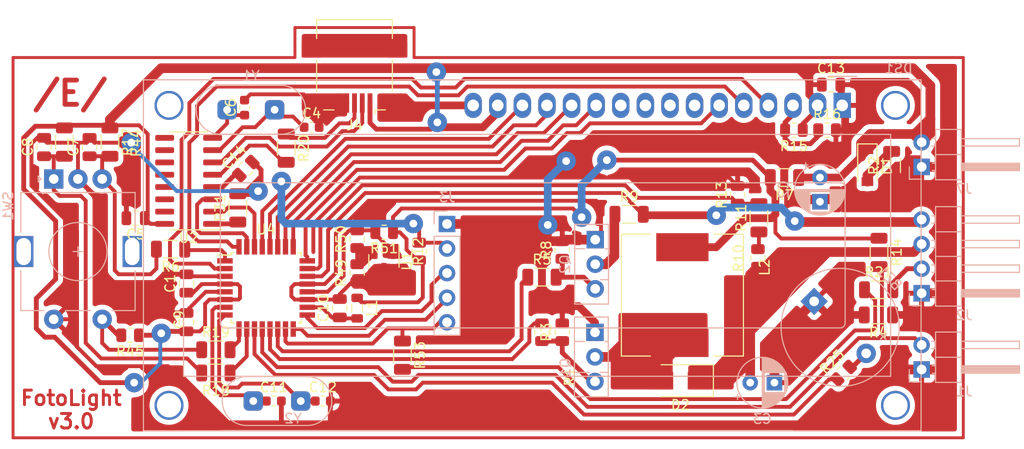
<source format=kicad_pcb>
(kicad_pcb (version 20211014) (generator pcbnew)
  (layers (0 "F.Cu" signal) (31 "B.Cu" signal) (34 "B.Paste" user) (35 "F.Paste" user) (36 "B.SilkS" user "B.Silkscreen") (37 "F.SilkS" user "F.Silkscreen") (38 "B.Mask" user) (39 "F.Mask" user) (44 "Edge.Cuts" user))
  (net 0 "")
  (net 1 "/ENC_RIGHT")
  (net 2 "GNDA")
  (net 3 "/ENC_LEFT")
  (net 4 "+5V")
  (net 5 "Net-(C8-Pad1)")
  (net 6 "Net-(C10-Pad1)")
  (net 7 "Net-(C11-Pad1)")
  (net 8 "Net-(C12-Pad1)")
  (net 9 "Net-(BZ1-Pad1)")
  (net 10 "/UART_RX")
  (net 11 "/UART_TX")
  (net 12 "/LED_I")
  (net 13 "/RESET")
  (net 14 "/ENC_ENTER")
  (net 15 "Net-(C4-Pad1)")
  (net 16 "Net-(C6-Pad1)")
  (net 17 "Net-(DS1-Pad3)")
  (net 18 "/LCD_RS")
  (net 19 "Net-(C7-Pad1)")
  (net 20 "Net-(D2-Pad2)")
  (net 21 "/LCD_RW")
  (net 22 "/LCD_E")
  (net 27 "/LCD_D4")
  (net 28 "/LCD_D5")
  (net 29 "/LCD_D6")
  (net 30 "/LCD_D7")
  (net 31 "/TAMPER")
  (net 32 "/LED_P")
  (net 33 "Net-(J4-Pad2)")
  (net 34 "Net-(J4-Pad3)")
  (net 35 "/BUZZER")
  (net 36 "Net-(Q1-Pad3)")
  (net 37 "Net-(Q2-Pad3)")
  (net 38 "/DCDC_PWM")
  (net 39 "/DCDC_EN")
  (net 40 "Net-(R10-Pad2)")
  (net 41 "/LED_U")
  (net 42 "Net-(R50-Pad2)")
  (net 43 "Net-(R49-Pad2)")
  (net 47 "/ISP_MISO")
  (net 52 "Net-(D1-Pad2)")
  (net 53 "Net-(Q2-Pad2)")
  (net 54 "Net-(J2-Pad2)")
  (net 55 "Net-(C14-Pad1)")
  (net 56 "Net-(R20-Pad2)")
  (net 57 "/ISP_SCK")
  (net 58 "/ISP_MOSI_STATUS_LED")
  (net 59 "Net-(R21-Pad1)")
  (footprint "Resistor_SMD:R_0805_2012Metric" (layer "F.Cu") (at 124.5 47.5875 -90)
    (fp_text reference "R1")
    (fp_text value "220")
  )
  (footprint "Resistor_SMD:R_0805_2012Metric" (layer "F.Cu") (at 108.2125 37.26 180)
    (fp_text reference "R51")
    (fp_text value "10k")
  )
  (footprint "Capacitor_SMD:C_0603_1608Metric" (layer "F.Cu") (at 93.8 24.375 90)
    (fp_text reference "C6")
    (fp_text value "22p")
  )
  (footprint "Capacitor_SMD:C_0805_2012Metric" (layer "F.Cu") (at 82.55 35.8 180)
    (fp_text reference "C5")
    (fp_text value "100n")
  )
  (footprint "Resistor_SMD:R_1206_3216Metric" (layer "F.Cu") (at 133.5 35.4)
    (fp_text reference "R9")
    (fp_text value "220")
  )
  (footprint "Capacitor_SMD:C_0805_2012Metric" (layer "F.Cu") (at 93.928249 30.671751 45)
    (fp_text reference "C14")
    (fp_text value "20n")
  )
  (footprint "Capacitor_SMD:C_0805_2012Metric" (layer "F.Cu") (at 87.8 42.55 90)
    (fp_text reference "C1")
    (fp_text value "100n")
  )
  (footprint "Resistor_SMD:R_0805_2012Metric" (layer "F.Cu") (at 81.9875 47.9 180)
    (fp_text reference "R45")
    (fp_text value "10k")
  )
  (footprint "Resistor_SMD:R_0805_2012Metric" (layer "F.Cu") (at 150.5125 26.7 180)
    (fp_text reference "R15")
    (fp_text value "10k")
  )
  (footprint "Resistor_SMD:R_1206_3216Metric" (layer "F.Cu") (at 98.1 28.5625 -90)
    (fp_text reference "R20")
    (fp_text value "0")
  )
  (footprint "Connector_USB:USB_Mini-B_Lumberg_2486_01_Horizontal" (layer "F.Cu") (at 105.15 21.2 180)
    (fp_text reference "J4")
    (fp_text value "USB_B_Mini")
  )
  (footprint "Resistor_SMD:R_0805_2012Metric" (layer "F.Cu") (at 146.8 39.9125 90)
    (fp_text reference "R10")
    (fp_text value "4.7k")
  )
  (footprint "Resistor_SMD:R_1206_3216Metric" (layer "F.Cu") (at 146.9 35.7625 90)
    (fp_text reference "R11")
    (fp_text value "10k")
  )
  (footprint "Resistor_SMD:R_0805_2012Metric" (layer "F.Cu") (at 126.6 47.5875 90)
    (fp_text reference "R3")
    (fp_text value "10k")
  )
  (footprint "Resistor_SMD:R_1206_3216Metric" (layer "F.Cu") (at 149.5375 31.6 180)
    (fp_text reference "R7")
    (fp_text value "0")
  )
  (footprint "Resistor_SMD:R_1206_3216Metric" (layer "F.Cu") (at 159.3 39.3375 -90)
    (fp_text reference "R14")
    (fp_text value "10k")
  )
  (footprint "Capacitor_SMD:C_0603_1608Metric" (layer "F.Cu") (at 96.825 54.7)
    (fp_text reference "C11")
    (fp_text value "22p")
  )
  (footprint "Resistor_SMD:R_0805_2012Metric" (layer "F.Cu") (at 144.7 33.3875 90)
    (fp_text reference "R13")
    (fp_text value "10k")
  )
  (footprint "Capacitor_SMD:C_0805_2012Metric" (layer "F.Cu") (at 87.8 46.55 90)
    (fp_text reference "C9")
    (fp_text value "100n")
  )
  (footprint "Resistor_SMD:R_1206_3216Metric" (layer "F.Cu") (at 159.2625 43.2)
    (fp_text reference "R21")
    (fp_text value "10k")
  )
  (footprint "Package_QFP:TQFP-32_7x7mm_P0.8mm" (layer "F.Cu") (at 96.025 43.01)
    (fp_text reference "U4")
    (fp_text value "ATmega8-16A")
  )
  (footprint "Resistor_SMD:R_1206_3216Metric" (layer "F.Cu") (at 90.8375 51.8 180)
    (fp_text reference "R18")
    (fp_text value "10k")
  )
  (footprint "Resistor_SMD:R_1206_3216Metric" (layer "F.Cu") (at 93.1 34.7375 90)
    (fp_text reference "R31")
    (fp_text value "0")
  )
  (footprint "Capacitor_SMD:C_0805_2012Metric" (layer "F.Cu") (at 73.1 28.45 90)
    (fp_text reference "C8")
    (fp_text value "100n")
  )
  (footprint "Resistor_SMD:R_0805_2012Metric" (layer "F.Cu") (at 155.628777 51.819247 45)
    (fp_text reference "R25")
    (fp_text value "10k")
  )
  (footprint "Resistor_SMD:R_0805_2012Metric" (layer "F.Cu") (at 111.825 39.2475 90)
    (fp_text reference "R12")
    (fp_text value "10k")
  )
  (footprint "Resistor_SMD:R_1206_3216Metric" (layer "F.Cu") (at 159.2375 45.8 180)
    (fp_text reference "R4")
    (fp_text value "0")
  )
  (footprint "Resistor_SMD:R_1206_3216Metric" (layer "F.Cu") (at 160.6 30.3625 90)
    (fp_text reference "R2")
    (fp_text value "0")
  )
  (footprint "Resistor_SMD:R_1206_3216Metric" (layer "F.Cu") (at 90.8375 49.4)
    (fp_text reference "R19")
    (fp_text value "0")
  )
  (footprint "Resistor_SMD:R_1206_3216Metric" (layer "F.Cu") (at 79.9 27.9375 -90)
    (fp_text reference "R17")
    (fp_text value "10k")
  )
  (footprint "Resistor_SMD:R_0805_2012Metric" (layer "F.Cu") (at 126.6 39.0875 90)
    (fp_text reference "R8")
    (fp_text value "10k")
  )
  (footprint "Resistor_SMD:R_0805_2012Metric" (layer "F.Cu") (at 105.425 41.4725 90)
    (fp_text reference "R49")
    (fp_text value "10k")
  )
  (footprint "Capacitor_SMD:C_0805_2012Metric" (layer "F.Cu") (at 103.625 45.11 90)
    (fp_text reference "C10")
    (fp_text value "100n")
  )
  (footprint "Inductor_SMD:L_0805_2012Metric" (layer "F.Cu") (at 105.425 45.0975 -90)
    (fp_text reference "L1")
    (fp_text value "10uH")
  )
  (footprint "Resistor_SMD:R_1206_3216Metric" (layer "F.Cu") (at 124.5 41.9)
    (fp_text reference "R5")
    (fp_text value "220")
  )
  (footprint "Capacitor_SMD:C_0603_1608Metric" (layer "F.Cu") (at 101.875 54.7)
    (fp_text reference "C12")
    (fp_text value "22p")
  )
  (footprint "Resistor_SMD:R_0805_2012Metric" (layer "F.Cu") (at 153.9375 26.7)
    (fp_text reference "R16")
    (fp_text value "10k")
  )
  (footprint "Capacitor_SMD:C_0603_1608Metric" (layer "F.Cu") (at 100.725 26.4)
    (fp_text reference "C4")
    (fp_text value "22p")
  )
  (footprint "Resistor_SMD:R_1206_3216Metric" (layer "F.Cu") (at 75.2 27.9375 -90)
    (fp_text reference "R44")
    (fp_text value "10k")
  )
  (footprint "Package_SO:SOIC-16_3.9x9.9mm_P1.27mm" (layer "F.Cu") (at 88.025 31.945 180)
    (fp_text reference "U2")
    (fp_text value "CH340G")
  )
  (footprint "Package_TO_SOT_SMD:SOT-23" (layer "F.Cu") (at 108.1875 40.2225 -90)
    (fp_text reference "U1")
    (fp_text value "TL431DBZ")
  )
  (footprint "Diode_SMD:D_SOD-123" (layer "F.Cu") (at 158.1 30.375 -90)
    (fp_text reference "D1")
    (fp_text value "D_Zener")
  )
  (footprint "Capacitor_SMD:C_0805_2012Metric" (layer "F.Cu") (at 154.35 22)
    (fp_text reference "C13")
    (fp_text value "100n")
  )
  (footprint "Capacitor_SMD:C_0805_2012Metric" (layer "F.Cu") (at 77.8 28.45 90)
    (fp_text reference "C7")
    (fp_text value "100n")
  )
  (footprint "Resistor_SMD:R_0805_2012Metric" (layer "F.Cu") (at 105.425 37.9725 90)
    (fp_text reference "R50")
    (fp_text value "10k")
  )
  (footprint "Inductor_SMD:L_12x12mm_H4.5mm" (layer "F.Cu") (at 139 43.75 -90)
    (fp_text reference "L2")
    (fp_text value "33uH")
  )
  (footprint "Resistor_SMD:R_1206_3216Metric" (layer "F.Cu") (at 110.1 49.9625 -90)
    (fp_text reference "R53")
    (fp_text value "0")
  )
  (footprint "Diode_SMD:D_SMA" (layer "F.Cu") (at 138.8 52.6 180)
    (fp_text reference "D2")
    (fp_text value "D_Schottky")
  )
  (footprint "Resistor_SMD:R_1206_3216Metric" (layer "F.Cu") (at 86.1625 39 180)
    (fp_text reference "R6")
    (fp_text value "10k")
  )
  (footprint "Buzzer_Beeper:Buzzer_12x9.5RM7.6" (layer "B.Cu") (at 157.974012 49.774012 135)
    (fp_text reference "BZ1")
    (fp_text value "Buzzer")
  )
  (footprint "Crystal:Crystal_HC18-U_Vertical" (layer "B.Cu") (at 94.7 54.7)
    (fp_text reference "Y2")
    (fp_text value "8MHz")
  )
  (footprint "Package_TO_SOT_THT:TO-126-3_Vertical" (layer "B.Cu") (at 130 38.02 -90)
    (fp_text reference "Q2")
    (fp_text value "BD139")
  )
  (footprint "Connector_PinSocket_2.54mm:PinSocket_1x05_P2.54mm_Vertical" (layer "B.Cu") (at 114.7 36.4 180)
    (fp_text reference "J3")
    (fp_text value "ISP")
  )
  (footprint "Connector_PinHeader_2.54mm:PinHeader_1x02_P2.54mm_Horizontal" (layer "B.Cu") (at 163.7 30.5)
    (fp_text reference "J7")
    (fp_text value "PSU_5V_CONN")
  )
  (footprint "Package_TO_SOT_THT:TO-126-3_Vertical" (layer "B.Cu") (at 129.975 47.6 -90)
    (fp_text reference "Q1")
    (fp_text value "BD139")
  )
  (footprint "Crystal:Crystal_HC18-U_Vertical" (layer "B.Cu") (at 96.9 24.6 180)
    (fp_text reference "Y1")
    (fp_text value "12MHz")
  )
  (footprint "Display:WC1602A" (layer "B.Cu") (at 155.5 24.1425 180)
    (fp_text reference "DS1")
    (fp_text value "WC1602A")
  )
  (footprint "Rotary_Encoder:RotaryEncoder_Alps_EC11E-Switch_Vertical_H20mm" (layer "B.Cu") (at 74.1 31.75 -90)
    (fp_text reference "SW1")
    (fp_text value "RotaryEncoder_Switch")
  )
  (footprint "Capacitor_THT:CP_Radial_D5.0mm_P2.50mm" (layer "B.Cu") (at 153.2 31.6 -90)
    (fp_text reference "C2")
    (fp_text value "1000uF")
  )
  (footprint "Connector_PinHeader_2.54mm:PinHeader_1x02_P2.54mm_Horizontal" (layer "B.Cu") (at 163.7 51.44)
    (fp_text reference "J1")
    (fp_text value "TAMPER_CONN")
  )
  (footprint "Connector_PinHeader_2.54mm:PinHeader_1x04_P2.54mm_Horizontal" (layer "B.Cu") (at 163.7 43.56)
    (fp_text reference "J2")
    (fp_text value "LED_CONN")
  )
  (footprint "Capacitor_THT:CP_Radial_D5.0mm_P2.50mm" (layer "B.Cu") (at 146 52.8)
    (fp_text reference "C3")
    (fp_text value "1000uF")
  )
  (gr_text "FotoLight\nv3.0" (at 75.9 55.6) (layer "F.Cu") (effects (font (size 1.5 1.5) (thickness 0.3))))
  (gr_text "/E/" (at 75.8 22.9) (layer "F.Cu") (effects (font (size 2.5 2.5) (thickness 0.5))))
  (segment (start 99 16.1) (end 111.3 16.1) (width 0.3) (layer "F.Cu") (net 0))
  (segment (start 99 19.2) (end 99 16.1) (width 0.3) (layer "F.Cu") (net 0))
  (segment (start 69.9 58.5) (end 69.9 19.2) (width 0.3) (layer "F.Cu") (net 0))
  (segment (start 69.9 19.2) (end 99 19.2) (width 0.3) (layer "F.Cu") (net 0))
  (segment (start 168 58.5) (end 69.9 58.5) (width 0.3) (layer "F.Cu") (net 0))
  (segment (start 168 19.2) (end 168 58.5) (width 0.3) (layer "F.Cu") (net 0))
  (segment (start 111.3 16.1) (end 111.3 19.2) (width 0.3) (layer "F.Cu") (net 0))
  (segment (start 111.3 19.2) (end 168 19.2) (width 0.3) (layer "F.Cu") (net 0))
  (segment (start 91.775 40.21) (end 91.775 39.475) (width 0.4) (layer "F.Cu") (net 1))
  (segment (start 87.725 39.1) (end 87.625 39) (width 0.4) (layer "F.Cu") (net 1))
  (segment (start 91.4 39.1) (end 87.725 39.1) (width 0.4) (layer "F.Cu") (net 1))
  (segment (start 91.775 39.475) (end 91.4 39.1) (width 0.4) (layer "F.Cu") (net 1))
  (segment (start 100.275 42.61) (end 98.975 42.61) (width 0.4) (layer "F.Cu") (net 2))
  (segment (start 102.4 57.2) (end 98 57.2) (width 1) (layer "F.Cu") (net 2))
  (segment (start 143.825 31.6) (end 144.7 32.475) (width 0.4) (layer "F.Cu") (net 2))
  (segment (start 103.625 44.16) (end 103.625 43.66) (width 0.4) (layer "F.Cu") (net 2))
  (segment (start 114.7 36.4) (end 122.7 36.4) (width 1) (layer "F.Cu") (net 2))
  (segment (start 147.6 29.3) (end 149.5 29.3) (width 0.5) (layer "F.Cu") (net 2))
  (segment (start 117.4 24.1425) (end 109.9425 24.1425) (width 0.8) (layer "F.Cu") (net 2))
  (segment (start 85.9 42.4) (end 85.9 44.9) (width 0.4) (layer "F.Cu") (net 2))
  (segment (start 130.6 34.5) (end 130.6 37.42) (width 0.4) (layer "F.Cu") (net 2))
  (segment (start 129.9 27.9) (end 146.2 27.9) (width 0.5) (layer "F.Cu") (net 2))
  (segment (start 73.4 28) (end 72.9 27.5) (width 0.4) (layer "F.Cu") (net 2))
  (segment (start 130.1 34) (end 130.6 34.5) (width 0.4) (layer "F.Cu") (net 2))
  (segment (start 106.6 34) (end 130.1 34) (width 0.4) (layer "F.Cu") (net 2))
  (segment (start 160.6 31.825) (end 162.375 31.825) (width 1) (layer "F.Cu") (net 2))
  (segment (start 149.5 32.6) (end 150.7 33.8) (width 0.8) (layer "F.Cu") (net 2))
  (segment (start 86.6 45.6) (end 87.8 45.6) (width 0.4) (layer "F.Cu") (net 2))
  (segment (start 97.6 56.8) (end 98 57.2) (width 0.5) (layer "F.Cu") (net 2))
  (segment (start 157.775 45.8) (end 154 45.8) (width 0.8) (layer "F.Cu") (net 2))
  (segment (start 160.2 51.4) (end 160.24 51.44) (width 1) (layer "F.Cu") (net 2))
  (segment (start 81.6 28.5) (end 82.1 28) (width 0.4) (layer "F.Cu") (net 2))
  (segment (start 100.775 42.61) (end 102.075 42.61) (width 0.4) (layer "F.Cu") (net 2))
  (segment (start 103.575 44.21) (end 103.625 44.16) (width 0.4) (layer "F.Cu") (net 2))
  (segment (start 155.8 26.4) (end 155.8 28.3) (width 0.8) (layer "F.Cu") (net 2))
  (segment (start 90.5 36.39) (end 92.91 36.39) (width 0.5) (layer "F.Cu") (net 2))
  (segment (start 76.5 37.149022) (end 76.5 46.5) (width 0.4) (layer "F.Cu") (net 2))
  (segment (start 87.8 45.4) (end 88.6 44.6) (width 0.4) (layer "F.Cu") (net 2))
  (segment (start 127 29.9) (end 127.9 29.9) (width 0.5) (layer "F.Cu") (net 2))
  (segment (start 100.8 23.9) (end 100.7 23.8) (width 0.5) (layer "F.Cu") (net 2))
  (segment (start 101.5 26.4) (end 101.5 24.6) (width 0.4) (layer "F.Cu") (net 2))
  (segment (start 166.2 45.4) (end 166.2 43.3) (width 1) (layer "F.Cu") (net 2))
  (segment (start 105.7 31.6) (end 143.825 31.6) (width 0.4) (layer "F.Cu") (net 2))
  (segment (start 93.8 23.6) (end 94.4 23) (width 0.4) (layer "F.Cu") (net 2))
  (segment (start 130 38.02) (end 126.755 38.02) (width 1) (layer "F.Cu") (net 2))
  (segment (start 165.8 45.8) (end 166.2 45.4) (width 0.8) (layer "F.Cu") (net 2))
  (segment (start 98.975 42.61) (end 98.625 42.96) (width 0.4) (layer "F.Cu") (net 2))
  (segment (start 88.31 41.81) (end 88.3 41.8) (width 0.4) (layer "F.Cu") (net 2))
  (segment (start 100.9 39.3) (end 100.9 36.4) (width 0.4) (layer "F.Cu") (net 2))
  (segment (start 108.1875 41.1975) (end 107 42.385) (width 0.4) (layer "F.Cu") (net 2))
  (segment (start 74.1 46.25) (end 76.25 46.25) (width 0.4) (layer "F.Cu") (net 2))
  (segment (start 95.5 31.5) (end 95.5 30.8) (width 0.5) (layer "F.Cu") (net 2))
  (segment (start 155.5 26.7) (end 155.8 26.4) (width 0.5) (layer "F.Cu") (net 2))
  (segment (start 149.7 29.5) (end 149.5 29.3) (width 0.8) (layer "F.Cu") (net 2))
  (segment (start 95.5 32.7) (end 95.2 33) (width 0.5) (layer "F.Cu") (net 2))
  (segment (start 89.79 43.41) (end 88.6 44.6) (width 0.4) (layer "F.Cu") (net 2))
  (segment (start 71.8 32.449022) (end 76.5 37.149022) (width 0.4) (layer "F.Cu") (net 2))
  (segment (start 71.8 28.1) (end 71.8 32.449022) (width 0.4) (layer "F.Cu") (net 2))
  (segment (start 76.5 49.1) (end 78.5 51.1) (width 0.4) (layer "F.Cu") (net 2))
  (segment (start 93.1 33.275) (end 94.125 33.275) (width 0.4) (layer "F.Cu") (net 2))
  (segment (start 126.6 46.675) (end 126.6 45.3) (width 0.5) (layer "F.Cu") (net 2))
  (segment (start 91.775 43.41) (end 89.79 43.41) (width 0.4) (layer "F.Cu") (net 2))
  (segment (start 103.625 43.66) (end 104.9 42.385) (width 0.4) (layer "F.Cu") (net 2))
  (segment (start 95.5 31.5) (end 95.5 32.7) (width 0.5) (layer "F.Cu") (net 2))
  (segment (start 82.1 28) (end 78.3 28) (width 0.4) (layer "F.Cu") (net 2))
  (segment (start 126.755 38.02) (end 126.6 38.175) (width 1) (layer "F.Cu") (net 2))
  (segment (start 163.7 51.44) (end 165.66 51.44) (width 1) (layer "F.Cu") (net 2))
  (segment (start 91.775 41.81) (end 88.31 41.81) (width 0.4) (layer "F.Cu") (net 2))
  (segment (start 129.975 46.575) (end 128.3 44.9) (width 0.8) (layer "F.Cu") (net 2))
  (segment (start 102.65 54.7) (end 102.65 56.95) (width 0.5) (layer "F.Cu") (net 2))
  (segment (start 122.7 36.4) (end 124.475 38.175) (width 1) (layer "F.Cu") (net 2))
  (segment (start 160.7 45.8) (end 165.8 45.8) (width 0.8) (layer "F.Cu") (net 2))
  (segment (start 77.5 28) (end 73.4 28) (width 0.4) (layer "F.Cu") (net 2))
  (segment (start 95.1 33) (end 94.7 33.4) (width 0.4) (layer "F.Cu") (net 2))
  (segment (start 94.4 23) (end 99.9 23) (width 0.4) (layer "F.Cu") (net 2))
  (segment (start 130.6 37.42) (end 130 38.02) (width 0.4) (layer "F.Cu") (net 2))
  (segment (start 81.6 35.8) (end 81.6 28.5) (width 0.4) (layer "F.Cu") (net 2))
  (segment (start 85.9 42.4) (end 80.3 42.4) (width 0.4) (layer "F.Cu") (net 2))
  (segment (start 95.5 30.8) (end 94.7 30) (width 0.5) (layer "F.Cu") (net 2))
  (segment (start 98.625 43.86) (end 98.975 44.21) (width 0.4) (layer "F.Cu") (net 2))
  (segment (start 86.7 41.6) (end 85.9 42.4) (width 0.4) (layer "F.Cu") (net 2))
  (segment (start 102.075 42.61) (end 103.225 41.46) (width 0.4) (layer "F.Cu") (net 2))
  (segment (start 100.7 23.8) (end 101 23.5) (width 0.5) (layer "F.Cu") (net 2))
  (segment (start 85.9 51.1) (end 86.8 52) (width 0.4) (layer "F.Cu") (net 2))
  (segment (start 108.1875 41.16) (end 108.1875 41.1975) (width 0.4) (layer "F.Cu") (net 2))
  (segment (start 76.25 46.25) (end 76.5 46.5) (width 0.4) (layer "F.Cu") (net 2))
  (segment (start 165.66 51.44) (end 166.2 50.9) (width 1) (layer "F.Cu") (net 2))
  (segment (start 103.225 41.46) (end 103.225 37.375) (width 0.4) (layer "F.Cu") (net 2))
  (segment (start 98.625 42.96) (end 98.625 43.86) (width 0.4) (layer "F.Cu") (net 2))
  (segment (start 78 27.5) (end 77.5 28) (width 0.4) (layer "F.Cu") (net 2))
  (segment (start 100.275 44.21) (end 103.575 44.21) (width 0.4) (layer "F.Cu") (net 2))
  (segment (start 72.4 27.5) (end 71.8 28.1) (width 0.4) (layer "F.Cu") (net 2))
  (segment (start 155.5 22.2) (end 155.3 22) (width 0.5) (layer "F.Cu") (net 2))
  (segment (start 160.6 33.1) (end 160.6 31.825) (width 1) (layer "F.Cu") (net 2))
  (segment (start 155.8 24.4425) (end 155.8 26.4) (width 0.8) (layer "F.Cu") (net 2))
  (segment (start 101 23.5) (end 104.2 23.5) (width 0.5) (layer "F.Cu") (net 2))
  (segment (start 107 42.385) (end 105.425 42.385) (width 0.4) (layer "F.Cu") (net 2))
  (segment (start 93.1 33.275) (end 93.725 33.275) (width 0.5) (layer "F.Cu") (net 2))
  (segment (start 78.3 28) (end 77.8 27.5) (width 0.4) (layer "F.Cu") (net 2))
  (segment (start 154.85 26.7) (end 155.5 26.7) (width 0.5) (layer "F.Cu") (net 2))
  (segment (start 100.9 36.4) (end 105.7 31.6) (width 0.4) (layer "F.Cu") (net 2))
  (segment (start 127.9 29.9) (end 129.9 27.9) (width 0.5) (layer "F.Cu") (net 2))
  (segment (start 98.975 44.21) (end 100.275 44.21) (width 0.4) (layer "F.Cu") (net 2))
  (segment (start 155.5 24.1425) (end 155.5 22.2) (width 0.5) (layer "F.Cu") (net 2))
  (segment (start 165.7 30.5) (end 163.7 30.5) (width 1) (layer "F.Cu") (net 2))
  (segment (start 150.7 33.8) (end 153.8 33.8) (width 0.8) (layer "F.Cu") (net 2))
  (segment (start 79.1 41.2) (end 79.1 34.25) (width 0.4) (layer "F.Cu") (net 2))
  (segment (start 154.6 29.5) (end 149.7 29.5) (width 0.8) (layer "F.Cu") (net 2))
  (segment (start 162.375 31.825) (end 163.7 30.5) (width 1) (layer "F.Cu") (net 2))
  (segment (start 101.5 24.6) (end 100.7 23.8) (width 0.4) (layer "F.Cu") (net 2))
  (segment (start 98 57.2) (end 92 57.2) (width 1) (layer "F.Cu") (net 2))
  (segment (start 93.225 33.4) (end 93.1 33.275) (width 0.4) (layer "F.Cu") (net 2))
  (segment (start 124.475 38.175) (end 124.825 38.175) (width 1) (layer "F.Cu") (net 2))
  (segment (start 166.2 31) (end 165.7 30.5) (width 1) (layer "F.Cu") (net 2))
  (segment (start 94.125 33.275) (end 94.2 33.2) (width 0.4) (layer "F.Cu") (net 2))
  (segment (start 160.24 51.44) (end 163.7 51.44) (width 1) (layer "F.Cu") (net 2))
  (segment (start 165.94 43.56) (end 166.2 43.3) (width 1) (layer "F.Cu") (net 2))
  (segment (start 125.8 44.9) (end 124.5 43.6) (width 0.8) (layer "F.Cu") (net 2))
  (segment (start 163.7 43.56) (end 165.94 43.56) (width 1) (layer "F.Cu") (net 2))
  (segment (start 92 57.2) (end 86.8 52) (width 1) (layer "F.Cu") (net 2))
  (segment (start 155.725 24.3675) (end 155.5 24.1425) (width 0.5) (layer "F.Cu") (net 2))
  (segment (start 104.35 23.9) (end 100.8 23.9) (width 0.5) (layer "F.Cu") (net 2))
  (segment (start 92.91 36.39) (end 93.1 36.2) (width 0.5) (layer "F.Cu") (net 2))
  (segment (start 109.9425 24.1425) (end 109.6 23.8) (width 0.8) (layer "F.Cu") (net 2))
  (segment (start 154.4 57.2) (end 160.2 51.4) (width 1) (layer "F.Cu") (net 2))
  (segment (start 124.825 38.175) (end 126.6 38.175) (width 1) (layer "F.Cu") (net 2))
  (segment (start 97.6 54.7) (end 97.6 56.8) (width 0.5) (layer "F.Cu") (net 2))
  (segment (start 148.5 52.8) (end 148.5 48.5) (width 1) (layer "F.Cu") (net 2))
  (segment (start 125.1 37.9) (end 124.825 38.175) (width 0.8) (layer "F.Cu") (net 2))
  (segment (start 95.2 33) (end 95.1 33) (width 0.4) (layer "F.Cu") (net 2))
  (segment (start 148.5 48.5) (end 150.35 46.65) (width 1) (layer "F.Cu") (net 2))
  (segment (start 155.8 28.3) (end 154.6 29.5) (width 0.8) (layer "F.Cu") (net 2))
  (segment (start 103.225 37.375) (end 106.6 34) (width 0.4) (layer "F.Cu") (net 2))
  (segment (start 102.65 56.95) (end 102.4 57.2) (width 0.5) (layer "F.Cu") (net 2))
  (segment (start 76.5 46.5) (end 76.5 49.1) (width 0.4) (layer "F.Cu") (net 2))
  (segment (start 87.8 45.6) (end 87.8 45.4) (width 0.4) (layer "F.Cu") (net 2))
  (segment (start 149.5 29.3) (end 149.5 32.6) (width 0.8) (layer "F.Cu") (net 2))
  (segment (start 128.3 44.9) (end 125.8 44.9) (width 0.8) (layer "F.Cu") (net 2))
  (segment (start 150.35 46.65) (end 152.6 44.4) (width 1) (layer "F.Cu") (net 2))
  (segment (start 146.2 27.9) (end 147.6 29.3) (width 0.5) (layer "F.Cu") (net 2))
  (segment (start 154 45.8) (end 152.6 44.4) (width 0.8) (layer "F.Cu") (net 2))
  (segment (start 80.3 42.4) (end 79.1 41.2) (width 0.4) (layer "F.Cu") (net 2))
  (segment (start 79.1 34.25) (end 76.6 31.75) (width 0.4) (layer "F.Cu") (net 2))
  (segment (start 76.6 31.75) (end 76.6 28.1) (width 0.4) (layer "F.Cu") (net 2))
  (segment (start 104.9 42.385) (end 105.425 42.385) (width 0.4) (layer "F.Cu") (net 2))
  (segment (start 78.5 51.1) (end 85.9 51.1) (width 0.4) (layer "F.Cu") (net 2))
  (segment (start 125.1 36.5) (end 125.1 37.9) (width 0.8) (layer "F.Cu") (net 2))
  (segment (start 87.8 41.6) (end 86.7 41.6) (width 0.4) (layer "F.Cu") (net 2))
  (segment (start 94.7 30) (end 94.6 30) (width 0.5) (layer "F.Cu") (net 2))
  (segment (start 93.725 33.275) (end 95.5 31.5) (width 0.5) (layer "F.Cu") (net 2))
  (segment (start 99.9 23) (end 100.7 23.8) (width 0.4) (layer "F.Cu") (net 2))
  (segment (start 73.1 27.5) (end 72.4 27.5) (width 0.4) (layer "F.Cu") (net 2))
  (segment (start 102.4 57.2) (end 154.4 57.2) (width 1) (layer "F.Cu") (net 2))
  (segment (start 129.975 47.6) (end 129.975 46.575) (width 0.8) (layer "F.Cu") (net 2))
  (segment (start 94.7 33.4) (end 93.225 33.4) (width 0.4) (layer "F.Cu") (net 2))
  (segment (start 159.9 33.8) (end 160.6 33.1) (width 1) (layer "F.Cu") (net 2))
  (segment (start 166.2 43.3) (end 166.2 31) (width 1) (layer "F.Cu") (net 2))
  (segment (start 124.5 43.6) (end 124.5 38.5) (width 0.8) (layer "F.Cu") (net 2))
  (segment (start 153.8 33.8) (end 159.9 33.8) (width 1) (layer "F.Cu") (net 2))
  (segment (start 155.5 24.1425) (end 155.8 24.4425) (width 0.8) (layer "F.Cu") (net 2))
  (segment (start 166.2 50.9) (end 166.2 45.4) (width 1) (layer "F.Cu") (net 2))
  (segment (start 85.9 44.9) (end 86.6 45.6) (width 0.4) (layer "F.Cu") (net 2))
  (via (at 95.2 33) (size 2) (drill 0.8) (layers "F.Cu" "B.Cu") (net 2))
  (via (at 127 29.9) (size 2) (drill 0.8) (layers "F.Cu" "B.Cu") (net 2))
  (via (at 125.1 36.5) (size 2) (drill 0.8) (layers "F.Cu" "B.Cu") (net 2))
  (via (at 82.1 28) (size 2) (drill 0.8) (layers "F.Cu" "B.Cu") (net 2))
  (segment (start 125.1 31.8) (end 127 29.9) (width 0.8) (layer "B.Cu") (net 2))
  (segment (start 82.1 28.3) (end 86.8 33) (width 0.4) (layer "B.Cu") (net 2))
  (segment (start 86.8 33) (end 95.2 33) (width 0.4) (layer "B.Cu") (net 2))
  (segment (start 82.1 28) (end 82.1 28.3) (width 0.4) (layer "B.Cu") (net 2))
  (segment (start 125.1 36.5) (end 125.1 31.8) (width 0.8) (layer "B.Cu") (net 2))
  (segment (start 94.025 47.26) (end 94.025 50.075) (width 0.4) (layer "F.Cu") (net 3))
  (segment (start 94.025 50.075) (end 92.3 51.8) (width 0.4) (layer "F.Cu") (net 3))
  (segment (start 80.275 26.475) (end 79.9 26.1) (width 0.4) (layer "F.Cu") (net 4))
  (segment (start 111.7 44.5) (end 112.2 44) (width 0.4) (layer "F.Cu") (net 4))
  (segment (start 113.7 25.9) (end 114.2 26.4) (width 0.8) (layer "F.Cu") (net 4))
  (segment (start 73.2 48.1) (end 72.3 47.2) (width 0.5) (layer "F.Cu") (net 4))
  (segment (start 150.9 20.3) (end 85.2 20.3) (width 1) (layer "F.Cu") (net 4))
  (segment (start 87.8 47.5) (end 85.4 47.5) (width 0.5) (layer "F.Cu") (net 4))
  (segment (start 90.175 44.21) (end 91.775 44.21) (width 0.4) (layer "F.Cu") (net 4))
  (segment (start 112.2 40.535) (end 111.825 40.16) (width 0.4) (layer "F.Cu") (net 4))
  (segment (start 148.2 35.8) (end 148.6 35.4) (width 0.8) (layer "F.Cu") (net 4))
  (segment (start 82.9 47.9) (end 85 47.9) (width 0.5) (layer "F.Cu") (net 4))
  (segment (start 157.45 29.45) (end 158.1 28.8) (width 0.8) (layer "F.Cu") (net 4))
  (segment (start 162.84 27.1) (end 163 27.1) (width 1) (layer "F.Cu") (net 4))
  (segment (start 79.9 25.6) (end 79.9 26.475) (width 1) (layer "F.Cu") (net 4))
  (segment (start 114.2 26.4) (end 118.4 26.4) (width 0.8) (layer "F.Cu") (net 4))
  (segment (start 89.3 42.7) (end 89.29573 42.7) (width 0.4) (layer "F.Cu") (net 4))
  (segment (start 146.275 29.8) (end 148.075 31.6) (width 0.5) (layer "F.Cu") (net 4))
  (segment (start 152.4 20.3) (end 150.9 20.3) (width 1) (layer "F.Cu") (net 4))
  (segment (start 75.475 26.2) (end 75.2 26.475) (width 0.5) (layer "F.Cu") (net 4))
  (segment (start 79.4 26.2) (end 75.475 26.2) (width 0.5) (layer "F.Cu") (net 4))
  (segment (start 162.8 20.3) (end 152.7 20.3) (width 1) (layer "F.Cu") (net 4))
  (segment (start 79.9 26.475) (end 79.675 26.475) (width 0.5) (layer "F.Cu") (net 4))
  (segment (start 119.94 24.1425) (end 119.94 25.06) (width 0.4) (layer "F.Cu") (net 4))
  (segment (start 149.2 37.9) (end 148.6 37.3) (width 0.4) (layer "F.Cu") (net 4))
  (segment (start 89.29573 42.7) (end 88.3 43.69573) (width 0.4) (layer "F.Cu") (net 4))
  (segment (start 74.3 36.1) (end 71 32.8) (width 0.5) (layer "F.Cu") (net 4))
  (segment (start 152.1 20.9) (end 152.7 20.3) (width 0.8) (layer "F.Cu") (net 4))
  (segment (start 83.5 35.8) (end 83.8 35.5) (width 0.4) (layer "F.Cu") (net 4))
  (segment (start 83.8 27.1) (end 82.9 26.2) (width 0.4) (layer "F.Cu") (net 4))
  (segment (start 89.185 47.5) (end 89.725 46.96) (width 0.4) (layer "F.Cu") (net 4))
  (segment (start 93.075 42.61) (end 93.325 42.86) (width 0.4) (layer "F.Cu") (net 4))
  (segment (start 71 27.5) (end 72.2 26.3) (width 0.5) (layer "F.Cu") (net 4))
  (segment (start 84.09 36.39) (end 83.5 35.8) (width 0.4) (layer "F.Cu") (net 4))
  (segment (start 74.775 26.475) (end 75.2 26.475) (width 0.4) (layer "F.Cu") (net 4))
  (segment (start 106.75 23.9) (end 106.75 25.95) (width 0.5) (layer "F.Cu") (net 4))
  (segment (start 152.96 24.54) (end 152.96 24.1425) (width 0.5) (layer "F.Cu") (net 4))
  (segment (start 109.125 37.26) (end 109.125 35.675) (width 0.4) (layer "F.Cu") (net 4))
  (segment (start 158.1 28.7) (end 159.7 27.1) (width 1) (layer "F.Cu") (net 4))
  (segment (start 145.5 35.8) (end 148.2 35.8) (width 0.8) (layer "F.Cu") (net 4))
  (segment (start 80.3 26.475) (end 80.275 26.475) (width 0.4) (layer "F.Cu") (net 4))
  (segment (start 111.625 40.16) (end 110.525 39.06) (width 0.4) (layer "F.Cu") (net 4))
  (segment (start 148.6 35.4) (end 148.6 33.5) (width 0.8) (layer "F.Cu") (net 4))
  (segment (start 91.775 42.61) (end 89.39 42.61) (width 0.4) (layer "F.Cu") (net 4))
  (segment (start 110 34.8) (end 127.7 34.8) (width 0.4) (layer "F.Cu") (net 4))
  (segment (start 72.3 47.2) (end 72.3 44.1) (width 0.5) (layer "F.Cu") (net 4))
  (segment (start 85 47.9) (end 85.2 47.7) (width 0.5) (layer "F.Cu") (net 4))
  (segment (start 85.55 36.39) (end 84.09 36.39) (width 0.4) (layer "F.Cu") (net 4))
  (segment (start 158.675 37.9) (end 149.2 37.9) (width 0.4) (layer "F.Cu") (net 4))
  (segment (start 164.6 25.5) (end 164.6 22.1) (width 1) (layer "F.Cu") (net 4))
  (segment (start 82.4 52.8) (end 78.9 52.8) (width 0.5) (layer "F.Cu") (net 4))
  (segment (start 164.6 22.1) (end 162.8 20.3) (width 1) (layer "F.Cu") (net 4))
  (segment (start 148.6 33.5) (end 148.075 32.975) (width 0.8) (layer "F.Cu") (net 4))
  (segment (start 158.4 27.1) (end 157.45 28.05) (width 1) (layer "F.Cu") (net 4))
  (segment (start 109.125 35.675) (end 110 34.8) (width 0.4) (layer "F.Cu") (net 4))
  (segment (start 72.3 44.1) (end 74.3 42.1) (width 0.5) (layer "F.Cu") (net 4))
  (segment (start 74.3 42.1) (end 74.3 36.1) (width 0.5) (layer "F.Cu") (net 4))
  (segment (start 152.1 21.7) (end 152.1 20.6) (width 0.8) (layer "F.Cu") (net 4))
  (segment (start 72.2 26.3) (end 75.025 26.3) (width 0.5) (layer "F.Cu") (net 4))
  (segment (start 80.175 26.2) (end 79.9 26.475) (width 0.4) (layer "F.Cu") (net 4))
  (segment (start 148.6 37.3) (end 148.6 35.4) (width 0.4) (layer "F.Cu") (net 4))
  (segment (start 162.84 27.1) (end 163.7 27.96) (width 1) (layer "F.Cu") (net 4))
  (segment (start 83.8 35.5) (end 83.8 27.1) (width 0.4) (layer "F.Cu") (net 4))
  (segment (start 71 32.8) (end 71 27.5) (width 0.5) (layer "F.Cu") (net 4))
  (segment (start 148.075 32.975) (end 148.075 31.6) (width 0.8) (layer "F.Cu") (net 4))
  (segment (start 163.7 27.96) (end 164.6 27.06) (width 1) (layer "F.Cu") (net 4))
  (segment (start 159.7 27.1) (end 158.4 27.1) (width 1) (layer "F.Cu") (net 4))
  (segment (start 151.425 26.7) (end 151.425 26.075) (width 0.5) (layer "F.Cu") (net 4))
  (segment (start 152.1 21.7) (end 152.1 20.9) (width 0.8) (layer "F.Cu") (net 4))
  (segment (start 89.39 42.61) (end 89.3 42.7) (width 0.4) (layer "F.Cu") (net 4))
  (segment (start 87.8 47.5) (end 89.185 47.5) (width 0.4) (layer "F.Cu") (net 4))
  (segment (start 107.4 26.6) (end 113 26.6) (width 0.5) (layer "F.Cu") (net 4))
  (segment (start 106.75 25.95) (end 107.4 26.6) (width 0.5) (layer "F.Cu") (net 4))
  (segment (start 127.7 34.8) (end 128.6 35.7) (width 0.4) (layer "F.Cu") (net 4))
  (segment (start 153.4 22) (end 152.4 22) (width 0.5) (layer "F.Cu") (net 4))
  (segment (start 74.5 26.2) (end 74.775 26.475) (width 0.4) (layer "F.Cu") (net 4))
  (segment (start 163 27.1) (end 164.6 25.5) (width 1) (layer "F.Cu") (net 4))
  (segment (start 152.1 21.5) (end 150.9 20.3) (width 0.8) (layer "F.Cu") (net 4))
  (segment (start 85.4 47.5) (end 85.2 47.7) (width 0.5) (layer "F.Cu") (net 4))
  (segment (start 88.3 43.69573) (end 88.3 43.7) (width 0.4) (layer "F.Cu") (net 4))
  (segment (start 159.7 27.1) (end 162.84 27.1) (width 1) (layer "F.Cu") (net 4))
  (segment (start 158.1 28.725) (end 158.1 28.7) (width 1) (layer "F.Cu") (net 4))
  (segment (start 93.325 42.86) (end 93.325 44.06) (width 0.4) (layer "F.Cu") (net 4))
  (segment (start 74.2 48.1) (end 73.2 48.1) (width 0.5) (layer "F.Cu") (net 4))
  (segment (start 152.96 23.86) (end 152.1 23) (width 0.8) (layer "F.Cu") (net 4))
  (segment (start 105.89 44.5) (end 111.7 44.5) (width 0.4) (layer "F.Cu") (net 4))
  (segment (start 109.825 37.26) (end 109.125 37.26) (width 0.4) (layer "F.Cu") (net 4))
  (segment (start 119.94 24.86) (end 119.94 24.1425) (width 0.8) (layer "F.Cu") (net 4))
  (segment (start 89.725 44.66) (end 90.175 44.21) (width 0.4) (layer "F.Cu") (net 4))
  (segment (start 158.1 28.8) (end 158.1 28.725) (width 0.8) (layer "F.Cu") (net 4))
  (segment (start 151 31.6) (end 155.3 31.6) (width 0.8) (layer "F.Cu") (net 4))
  (segment (start 75.025 26.3) (end 75.2 26.475) (width 0.5) (layer "F.Cu") (net 4))
  (segment (start 164.6 27.06) (end 164.6 25.5) (width 1) (layer "F.Cu") (net 4))
  (segment (start 157.45 28.05) (end 157.45 29.45) (width 1) (layer "F.Cu") (net 4))
  (segment (start 110.525 39.06) (end 110.525 37.96) (width 0.4) (layer "F.Cu") (net 4))
  (segment (start 131.2 29.8) (end 146.275 29.8) (width 0.5) (layer "F.Cu") (net 4))
  (segment (start 91.775 42.61) (end 93.075 42.61) (width 0.4) (layer "F.Cu") (net 4))
  (segment (start 162.84 27.1) (end 164.4 27.1) (width 1) (layer "F.Cu") (net 4))
  (segment (start 152.1 21.7) (end 152.1 21.5) (width 0.8) (layer "F.Cu") (net 4))
  (segment (start 152.1 23) (end 152.1 21.7) (width 0.8) (layer "F.Cu") (net 4))
  (segment (start 152.96 24.1425) (end 152.96 23.86) (width 0.8) (layer "F.Cu") (net 4))
  (segment (start 113 26.6) (end 113.7 25.9) (width 0.5) (layer "F.Cu") (net 4))
  (segment (start 105.425 44.035) (end 105.89 44.5) (width 0.4) (layer "F.Cu") (net 4))
  (segment (start 118.4 26.4) (end 119.94 24.86) (width 0.8) (layer "F.Cu") (net 4))
  (segment (start 152.4 20.3) (end 152.7 20.3) (width 1) (layer "F.Cu") (net 4))
  (segment (start 82.9 26.2) (end 80.175 26.2) (width 0.4) (layer "F.Cu") (net 4))
  (segment (start 158.7 37.875) (end 158.675 37.9) (width 0.4) (layer "F.Cu") (net 4))
  (segment (start 110.525 37.96) (end 109.825 37.26) (width 0.4) (layer "F.Cu") (net 4))
  (segment (start 152.1 20.6) (end 152.4 20.3) (width 0.8) (layer "F.Cu") (net 4))
  (segment (start 93.325 44.06) (end 93.175 44.21) (width 0.4) (layer "F.Cu") (net 4))
  (segment (start 93.175 44.21) (end 91.775 44.21) (width 0.4) (layer "F.Cu") (net 4))
  (segment (start 148.075 31.6) (end 148 31.6) (width 0.5) (layer "F.Cu") (net 4))
  (segment (start 89.725 44.66) (end 89.725 46.96) (width 0.4) (layer "F.Cu") (net 4))
  (segment (start 112.2 44) (end 112.2 40.535) (width 0.4) (layer "F.Cu") (net 4))
  (segment (start 152.4 22) (end 152.1 21.7) (width 0.5) (layer "F.Cu") (net 4))
  (segment (start 85.2 20.3) (end 79.9 25.6) (width 1) (layer "F.Cu") (net 4))
  (segment (start 151.425 26.075) (end 152.96 24.54) (width 0.5) (layer "F.Cu") (net 4))
  (segment (start 142.5 38.8) (end 145.5 35.8) (width 0.8) (layer "F.Cu") (net 4))
  (segment (start 79.675 26.475) (end 79.4 26.2) (width 0.5) (layer "F.Cu") (net 4))
  (segment (start 111.825 40.16) (end 111.625 40.16) (width 0.4) (layer "F.Cu") (net 4))
  (segment (start 155.3 31.6) (end 157.45 29.45) (width 0.8) (layer "F.Cu") (net 4))
  (segment (start 78.9 52.8) (end 74.2 48.1) (width 0.5) (layer "F.Cu") (net 4))
  (segment (start 139 38.8) (end 142.5 38.8) (width 0.8) (layer "F.Cu") (net 4))
  (via (at 131.2 29.8) (size 2) (drill 0.8) (layers "F.Cu" "B.Cu") (net 4))
  (via (at 113.6 20.7) (size 2) (drill 0.8) (layers "F.Cu" "B.Cu") (net 4))
  (via (at 82.4 52.8) (size 2) (drill 0.8) (layers "F.Cu" "B.Cu") (net 4))
  (via (at 85.2 47.7) (size 2) (drill 0.8) (layers "F.Cu" "B.Cu") (net 4))
  (via (at 128.6 35.7) (size 2) (drill 0.8) (layers "F.Cu" "B.Cu") (net 4))
  (via (at 113.7 25.9) (size 2) (drill 0.8) (layers "F.Cu" "B.Cu") (net 4))
  (segment (start 85.1 50.8) (end 85.1 47.8) (width 0.4) (layer "B.Cu") (net 4))
  (segment (start 128.6 35.7) (end 128.6 32.4) (width 0.8) (layer "B.Cu") (net 4))
  (segment (start 113.7 20.8) (end 113.6 20.7) (width 0.5) (layer "B.Cu") (net 4))
  (segment (start 83.1 52.8) (end 85.1 50.8) (width 0.4) (layer "B.Cu") (net 4))
  (segment (start 85.1 47.8) (end 85.2 47.7) (width 0.4) (layer "B.Cu") (net 4))
  (segment (start 113.7 25.9) (end 113.7 20.8) (width 0.5) (layer "B.Cu") (net 4))
  (segment (start 128.6 32.4) (end 131.2 29.8) (width 0.8) (layer "B.Cu") (net 4))
  (segment (start 82.4 52.8) (end 83.1 52.8) (width 0.4) (layer "B.Cu") (net 4))
  (segment (start 87.875 50.3) (end 79 50.3) (width 0.4) (layer "F.Cu") (net 5))
  (segment (start 72.9 29.4) (end 74 29.4) (width 0.4) (layer "F.Cu") (net 5))
  (segment (start 77.4 34) (end 76.9 33.5) (width 0.4) (layer "F.Cu") (net 5))
  (segment (start 89.375 51.8) (end 87.875 50.3) (width 0.4) (layer "F.Cu") (net 5))
  (segment (start 76.9 33.5) (end 74.7 33.5) (width 0.4) (layer "F.Cu") (net 5))
  (segment (start 74 29.4) (end 75.1 29.4) (width 0.4) (layer "F.Cu") (net 5))
  (segment (start 74.1 31.75) (end 74.1 29.5) (width 0.4) (layer "F.Cu") (net 5))
  (segment (start 77.4 48.7) (end 77.4 34) (width 0.4) (layer "F.Cu") (net 5))
  (segment (start 74.7 33.5) (end 74.1 32.9) (width 0.4) (layer "F.Cu") (net 5))
  (segment (start 74.1 32.9) (end 74.1 31.75) (width 0.4) (layer "F.Cu") (net 5))
  (segment (start 79 50.3) (end 77.4 48.7) (width 0.4) (layer "F.Cu") (net 5))
  (segment (start 74.1 29.5) (end 74 29.4) (width 0.4) (layer "F.Cu") (net 5))
  (segment (start 100.275 45.01) (end 101.775 45.01) (width 0.4) (layer "F.Cu") (net 6))
  (segment (start 101.775 45.01) (end 102.825 46.06) (width 0.4) (layer "F.Cu") (net 6))
  (segment (start 103.725 46.16) (end 103.625 46.06) (width 0.4) (layer "F.Cu") (net 6))
  (segment (start 105.425 46.16) (end 103.725 46.16) (width 0.4) (layer "F.Cu") (net 6))
  (segment (start 102.825 46.06) (end 103.625 46.06) (width 0.4) (layer "F.Cu") (net 6))
  (segment (start 91.775 45.01) (end 90.79 45.01) (width 0.4) (layer "F.Cu") (net 7))
  (segment (start 90.79 45.01) (end 90.475489 45.324511) (width 0.4) (layer "F.Cu") (net 7))
  (segment (start 90.475489 53.275489) (end 91.3 54.1) (width 0.4) (layer "F.Cu") (net 7))
  (segment (start 91.775 45.01) (end 91.749511 45.035489) (width 0.4) (layer "F.Cu") (net 7))
  (segment (start 94.1 54.1) (end 94.7 54.7) (width 0.4) (layer "F.Cu") (net 7))
  (segment (start 91.3 54.1) (end 94.1 54.1) (width 0.4) (layer "F.Cu") (net 7))
  (segment (start 96.05 54.7) (end 94.7 54.7) (width 0.5) (layer "F.Cu") (net 7))
  (segment (start 90.475489 45.324511) (end 90.475489 53.275489) (width 0.4) (layer "F.Cu") (net 7))
  (segment (start 91.6 53.3) (end 93.14874 53.3) (width 0.4) (layer "F.Cu") (net 8))
  (segment (start 93.14874 53.3) (end 93.54874 52.9) (width 0.4) (layer "F.Cu") (net 8))
  (segment (start 91.175009 52.875009) (end 91.6 53.3) (width 0.4) (layer "F.Cu") (net 8))
  (segment (start 97.8 52.9) (end 99.6 54.7) (width 0.4) (layer "F.Cu") (net 8))
  (segment (start 91.775 45.81) (end 91.175009 46.409991) (width 0.4) (layer "F.Cu") (net 8))
  (segment (start 91.175009 46.409991) (end 91.175009 52.875009) (width 0.4) (layer "F.Cu") (net 8))
  (segment (start 93.54874 52.9) (end 97.8 52.9) (width 0.4) (layer "F.Cu") (net 8))
  (segment (start 101.1 54.7) (end 99.6 54.7) (width 0.5) (layer "F.Cu") (net 8))
  (segment (start 156.574012 51.174012) (end 157.974012 49.774012) (width 0.5) (layer "F.Cu") (net 9))
  (segment (start 94.2 34.7) (end 92.1 34.7) (width 0.4) (layer "F.Cu") (net 10))
  (segment (start 91.68 35.12) (end 90.5 35.12) (width 0.4) (layer "F.Cu") (net 10))
  (segment (start 94.825 38.76) (end 94.825 35.325) (width 0.4) (layer "F.Cu") (net 10))
  (segment (start 92.1 34.7) (end 91.68 35.12) (width 0.4) (layer "F.Cu") (net 10))
  (segment (start 94.825 35.325) (end 94.2 34.7) (width 0.4) (layer "F.Cu") (net 10))
  (segment (start 88.9 34.4) (end 89.45 33.85) (width 0.4) (layer "F.Cu") (net 11))
  (segment (start 93.625 37.36) (end 89.26 37.36) (width 0.4) (layer "F.Cu") (net 11))
  (segment (start 88.9 37) (end 88.9 34.4) (width 0.4) (layer "F.Cu") (net 11))
  (segment (start 94.025 38.76) (end 94.025 37.76) (width 0.4) (layer "F.Cu") (net 11))
  (segment (start 90.45 33.8) (end 90.5 33.85) (width 0.4) (layer "F.Cu") (net 11))
  (segment (start 89.26 37.36) (end 88.9 37) (width 0.4) (layer "F.Cu") (net 11))
  (segment (start 89.45 33.85) (end 90.5 33.85) (width 0.4) (layer "F.Cu") (net 11))
  (segment (start 94.025 37.76) (end 93.625 37.36) (width 0.4) (layer "F.Cu") (net 11))
  (segment (start 150.7 36.2) (end 163.44 36.2) (width 1) (layer "F.Cu") (net 12))
  (segment (start 134.9 35.4) (end 132.7 33.2) (width 0.4) (layer "F.Cu") (net 12))
  (segment (start 150.6 36.1) (end 150.7 36.2) (width 1) (layer "F.Cu") (net 12))
  (segment (start 101.775 41.81) (end 100.275 41.81) (width 0.4) (layer "F.Cu") (net 12))
  (segment (start 134.9 35.4) (end 135 35.5) (width 0.8) (layer "F.Cu") (net 12))
  (segment (start 102.425 41.16) (end 101.775 41.81) (width 0.4) (layer "F.Cu") (net 12))
  (segment (start 132.7 33.2) (end 106.25 33.2) (width 0.4) (layer "F.Cu") (net 12))
  (segment (start 102.425 37.025) (end 102.425 41.16) (width 0.4) (layer "F.Cu") (net 12))
  (segment (start 106.25 33.2) (end 102.425 37.025) (width 0.4) (layer "F.Cu") (net 12))
  (segment (start 135 35.5) (end 142.5 35.5) (width 0.8) (layer "F.Cu") (net 12))
  (segment (start 163.44 36.2) (end 163.7 35.94) (width 1) (layer "F.Cu") (net 12))
  (via (at 142.5 35.5) (size 2) (drill 0.8) (layers "F.Cu" "B.Cu") (net 12))
  (via (at 150.6 36.1) (size 2) (drill 0.8) (layers "F.Cu" "B.Cu") (net 12))
  (segment (start 149.2 34.7) (end 150.6 36.1) (width 0.8) (layer "B.Cu") (net 12))
  (segment (start 142.5 35.5) (end 143.3 34.7) (width 0.8) (layer "B.Cu") (net 12))
  (segment (start 143.3 34.7) (end 149.2 34.7) (width 0.8) (layer "B.Cu") (net 12))
  (segment (start 95.625 35.075) (end 95.625 38.76) (width 0.4) (layer "F.Cu") (net 13))
  (segment (start 97.6 33.1) (end 95.625 35.075) (width 0.4) (layer "F.Cu") (net 13))
  (segment (start 111.86 38.3) (end 111.825 38.335) (width 0.4) (layer "F.Cu") (net 13))
  (segment (start 111.825 38.335) (end 114.095 38.335) (width 0.4) (layer "F.Cu") (net 13))
  (segment (start 114.095 38.335) (end 114.7 38.94) (width 0.4) (layer "F.Cu") (net 13))
  (segment (start 111.825 38.335) (end 111.825 36.96) (width 0.4) (layer "F.Cu") (net 13))
  (segment (start 97.6 32) (end 97.6 33.1) (width 0.4) (layer "F.Cu") (net 13))
  (segment (start 111.825 36.96) (end 111.225 36.36) (width 0.4) (layer "F.Cu") (net 13))
  (via (at 97.6 32) (size 2) (drill 0.8) (layers "F.Cu" "B.Cu") (net 13))
  (via (at 111.225 36.36) (size 2) (drill 0.8) (layers "F.Cu" "B.Cu") (net 13))
  (segment (start 97.6 35.9) (end 98.06 36.36) (width 0.8) (layer "B.Cu") (net 13))
  (segment (start 97.6 32) (end 97.6 35.9) (width 0.8) (layer "B.Cu") (net 13))
  (segment (start 98.06 36.36) (end 111.225 36.36) (width 0.8) (layer "B.Cu") (net 13))
  (segment (start 93.225 48.475) (end 92.3 49.4) (width 0.4) (layer "F.Cu") (net 14))
  (segment (start 80.75 47.9) (end 79.1 46.25) (width 0.5) (layer "F.Cu") (net 14))
  (segment (start 81.075 47.9) (end 80.75 47.9) (width 0.5) (layer "F.Cu") (net 14))
  (segment (start 79.15 46.3) (end 79.1 46.25) (width 0.4) (layer "F.Cu") (net 14))
  (segment (start 79.8 49.4) (end 79.1 48.7) (width 0.4) (layer "F.Cu") (net 14))
  (segment (start 89.375 49.4) (end 79.8 49.4) (width 0.4) (layer "F.Cu") (net 14))
  (segment (start 79.1 48.7) (end 79.1 46.25) (width 0.4) (layer "F.Cu") (net 14))
  (segment (start 93.225 47.26) (end 93.225 48.475) (width 0.4) (layer "F.Cu") (net 14))
  (segment (start 90.5 28.77) (end 91.33 28.77) (width 0.4) (layer "F.Cu") (net 15))
  (segment (start 98.8 25.3) (end 97.8 25.3) (width 0.4) (layer "F.Cu") (net 15))
  (segment (start 94.9 26.4) (end 96.9 24.4) (width 0.4) (layer "F.Cu") (net 15))
  (segment (start 91.23 28.77) (end 93.6 26.4) (width 0.4) (layer "F.Cu") (net 15))
  (segment (start 99.95 26.4) (end 99.9 26.4) (width 0.4) (layer "F.Cu") (net 15))
  (segment (start 97.8 25.3) (end 96.9 24.4) (width 0.4) (layer "F.Cu") (net 15))
  (segment (start 93.6 26.4) (end 94.9 26.4) (width 0.4) (layer "F.Cu") (net 15))
  (segment (start 90.5 28.77) (end 91.23 28.77) (width 0.4) (layer "F.Cu") (net 15))
  (segment (start 99.9 26.4) (end 98.8 25.3) (width 0.4) (layer "F.Cu") (net 15))
  (segment (start 92.75 25.15) (end 92 24.4) (width 0.4) (layer "F.Cu") (net 16))
  (segment (start 92 24.4) (end 92 26) (width 0.4) (layer "F.Cu") (net 16))
  (segment (start 92 26) (end 90.5 27.5) (width 0.4) (layer "F.Cu") (net 16))
  (segment (start 93.8 25.15) (end 92.75 25.15) (width 0.4) (layer "F.Cu") (net 16))
  (segment (start 149.6 27.575) (end 149.6 26.7) (width 0.5) (layer "F.Cu") (net 17))
  (segment (start 149.6 26.7) (end 149.6 25.9) (width 0.5) (layer "F.Cu") (net 17))
  (segment (start 153.025 27.3) (end 152.225 28.1) (width 0.5) (layer "F.Cu") (net 17))
  (segment (start 150.125 28.1) (end 149.6 27.575) (width 0.5) (layer "F.Cu") (net 17))
  (segment (start 150.475 24.1975) (end 150.42 24.1425) (width 0.5) (layer "F.Cu") (net 17))
  (segment (start 149.6 25.9) (end 150.42 25.08) (width 0.5) (layer "F.Cu") (net 17))
  (segment (start 152.225 28.1) (end 150.125 28.1) (width 0.5) (layer "F.Cu") (net 17))
  (segment (start 150.42 25.08) (end 150.42 24.1425) (width 0.5) (layer "F.Cu") (net 17))
  (segment (start 87.3 36.9) (end 86.1 38.1) (width 0.4) (layer "F.Cu") (net 18))
  (segment (start 90.6 21.4) (end 88.1 23.9) (width 0.4) (layer "F.Cu") (net 18))
  (segment (start 88.1 26.9) (end 87.3 27.7) (width 0.4) (layer "F.Cu") (net 18))
  (segment (start 88.1 23.9) (end 88.1 26.9) (width 0.4) (layer "F.Cu") (net 18))
  (segment (start 115.6 22.3) (end 112 22.3) (width 0.4) (layer "F.Cu") (net 18))
  (segment (start 116.5 21.4) (end 115.6 22.3) (width 0.4) (layer "F.Cu") (net 18))
  (segment (start 145.1375 21.4) (end 116.5 21.4) (width 0.4) (layer "F.Cu") (net 18))
  (segment (start 147.88 24.1425) (end 145.1375 21.4) (width 0.4) (layer "F.Cu") (net 18))
  (segment (start 86.1 40.1) (end 86.5 40.5) (width 0.4) (layer "F.Cu") (net 18))
  (segment (start 86.1 38.1) (end 86.1 40.1) (width 0.4) (layer "F.Cu") (net 18))
  (segment (start 87.3 27.7) (end 87.3 36.9) (width 0.4) (layer "F.Cu") (net 18))
  (segment (start 90.71 41.01) (end 91.775 41.01) (width 0.4) (layer "F.Cu") (net 18))
  (segment (start 112 22.3) (end 111.1 21.4) (width 0.4) (layer "F.Cu") (net 18))
  (segment (start 90.2 40.5) (end 90.71 41.01) (width 0.4) (layer "F.Cu") (net 18))
  (segment (start 86.5 40.5) (end 90.2 40.5) (width 0.4) (layer "F.Cu") (net 18))
  (segment (start 111.1 21.4) (end 90.6 21.4) (width 0.4) (layer "F.Cu") (net 18))
  (segment (start 80.8 41.6) (end 80.4 41.2) (width 0.4) (layer "F.Cu") (net 19))
  (segment (start 78 29.4) (end 79 29.4) (width 0.4) (layer "F.Cu") (net 19))
  (segment (start 80.4 33.05) (end 79.1 31.75) (width 0.4) (layer "F.Cu") (net 19))
  (segment (start 84.7 39) (end 84.7 41) (width 0.4) (layer "F.Cu") (net 19))
  (segment (start 84.1 41.6) (end 80.8 41.6) (width 0.4) (layer "F.Cu") (net 19))
  (segment (start 84.7 41) (end 84.1 41.6) (width 0.4) (layer "F.Cu") (net 19))
  (segment (start 79.1 29.5) (end 79 29.4) (width 0.4) (layer "F.Cu") (net 19))
  (segment (start 79 29.4) (end 80.3 29.4) (width 0.4) (layer "F.Cu") (net 19))
  (segment (start 80.4 41.2) (end 80.4 33.05) (width 0.4) (layer "F.Cu") (net 19))
  (segment (start 79.1 31.75) (end 79.1 29.5) (width 0.4) (layer "F.Cu") (net 19))
  (segment (start 136.8 50.9) (end 139 48.7) (width 1) (layer "F.Cu") (net 20))
  (segment (start 136 50.6) (end 136 50.58) (width 0.8) (layer "F.Cu") (net 20))
  (segment (start 135.56 50.14) (end 137.56 50.14) (width 1) (layer "F.Cu") (net 20))
  (segment (start 136.8 52.6) (end 136.8 50.9) (width 1) (layer "F.Cu") (net 20))
  (segment (start 136 50.58) (end 135.56 50.14) (width 0.8) (layer "F.Cu") (net 20))
  (segment (start 137.56 50.14) (end 139 48.7) (width 1) (layer "F.Cu") (net 20))
  (segment (start 136.8 52.6) (end 136.8 51.4) (width 0.8) (layer "F.Cu") (net 20))
  (segment (start 136.8 51.4) (end 136 50.6) (width 0.8) (layer "F.Cu") (net 20))
  (segment (start 129.975 50.14) (end 135.56 50.14) (width 1) (layer "F.Cu") (net 20))
  (segment (start 116.8 22.2) (end 115.9 23.1) (width 0.4) (layer "F.Cu") (net 21))
  (segment (start 92 38.2) (end 92.56 38.76) (width 0.4) (layer "F.Cu") (net 21))
  (segment (start 88.1 28) (end 88.1 37.3) (width 0.4) (layer "F.Cu") (net 21))
  (segment (start 92.96 38.76) (end 93.225 38.76) (width 0.4) (layer "F.Cu") (net 21))
  (segment (start 88.9 24.2) (end 88.9 27.2) (width 0.4) (layer "F.Cu") (net 21))
  (segment (start 143.3975 22.2) (end 116.8 22.2) (width 0.4) (layer "F.Cu") (net 21))
  (segment (start 89 38.2) (end 92 38.2) (width 0.4) (layer "F.Cu") (net 21))
  (segment (start 90.9 22.2) (end 88.9 24.2) (width 0.4) (layer "F.Cu") (net 21))
  (segment (start 145.34 24.1425) (end 143.3975 22.2) (width 0.4) (layer "F.Cu") (net 21))
  (segment (start 110.8 22.2) (end 90.9 22.2) (width 0.4) (layer "F.Cu") (net 21))
  (segment (start 111.7 23.1) (end 110.8 22.2) (width 0.4) (layer "F.Cu") (net 21))
  (segment (start 88.1 37.3) (end 89 38.2) (width 0.4) (layer "F.Cu") (net 21))
  (segment (start 115.9 23.1) (end 111.7 23.1) (width 0.4) (layer "F.Cu") (net 21))
  (segment (start 88.9 27.2) (end 88.1 28) (width 0.4) (layer "F.Cu") (net 21))
  (segment (start 92.56 38.76) (end 93.225 38.76) (width 0.4) (layer "F.Cu") (net 21))
  (segment (start 127.1 27) (end 128.465885 27) (width 0.4) (layer "F.Cu") (net 22))
  (segment (start 129.465885 26) (end 140.9425 26) (width 0.4) (layer "F.Cu") (net 22))
  (segment (start 120.6 30.8) (end 122.8 28.6) (width 0.4) (layer "F.Cu") (net 22))
  (segment (start 100.1 39.635) (end 100.1 36.1) (width 0.4) (layer "F.Cu") (net 22))
  (segment (start 100.275 39.81) (end 100.1 39.635) (width 0.4) (layer "F.Cu") (net 22))
  (segment (start 105.4 30.8) (end 120.6 30.8) (width 0.4) (layer "F.Cu") (net 22))
  (segment (start 128.465885 27) (end 129.465885 26) (width 0.4) (layer "F.Cu") (net 22))
  (segment (start 122.8 28.6) (end 125.5 28.6) (width 0.4) (layer "F.Cu") (net 22))
  (segment (start 100.1 36.1) (end 105.4 30.8) (width 0.4) (layer "F.Cu") (net 22))
  (segment (start 140.9425 26) (end 142.8 24.1425) (width 0.4) (layer "F.Cu") (net 22))
  (segment (start 100.275 40.21) (end 100.275 39.81) (width 0.4) (layer "F.Cu") (net 22))
  (segment (start 125.5 28.6) (end 127.1 27) (width 0.4) (layer "F.Cu") (net 22))
  (segment (start 105.1 30) (end 98.825 36.275) (width 0.4) (layer "F.Cu") (net 27))
  (segment (start 128.0425 26.2) (end 126.7 26.2) (width 0.4) (layer "F.Cu") (net 27))
  (segment (start 126.7 26.2) (end 125.1 27.8) (width 0.4) (layer "F.Cu") (net 27))
  (segment (start 120.2 30) (end 105.1 30) (width 0.4) (layer "F.Cu") (net 27))
  (segment (start 130.1 24.1425) (end 128.0425 26.2) (width 0.4) (layer "F.Cu") (net 27))
  (segment (start 98.825 36.275) (end 98.825 38.76) (width 0.4) (layer "F.Cu") (net 27))
  (segment (start 125.1 27.8) (end 122.4 27.8) (width 0.4) (layer "F.Cu") (net 27))
  (segment (start 122.4 27.8) (end 120.2 30) (width 0.4) (layer "F.Cu") (net 27))
  (segment (start 122 27) (end 119.8 29.2) (width 0.4) (layer "F.Cu") (net 28))
  (segment (start 127.56 24.1425) (end 124.7025 27) (width 0.4) (layer "F.Cu") (net 28))
  (segment (start 98.025 35.975) (end 98.025 38.76) (width 0.4) (layer "F.Cu") (net 28))
  (segment (start 124.7025 27) (end 122 27) (width 0.4) (layer "F.Cu") (net 28))
  (segment (start 119.8 29.2) (end 104.8 29.2) (width 0.4) (layer "F.Cu") (net 28))
  (segment (start 104.8 29.2) (end 98.025 35.975) (width 0.4) (layer "F.Cu") (net 28))
  (segment (start 121.6 26.2) (end 123.9 26.2) (width 0.4) (layer "F.Cu") (net 29))
  (segment (start 125.02 25.08) (end 125.02 24.1425) (width 0.4) (layer "F.Cu") (net 29))
  (segment (start 97.225 38.76) (end 97.225 35.675) (width 0.4) (layer "F.Cu") (net 29))
  (segment (start 97.225 35.675) (end 104.5 28.4) (width 0.4) (layer "F.Cu") (net 29))
  (segment (start 119.4 28.4) (end 121.6 26.2) (width 0.4) (layer "F.Cu") (net 29))
  (segment (start 123.9 26.2) (end 125.02 25.08) (width 0.4) (layer "F.Cu") (net 29))
  (segment (start 104.5 28.4) (end 119.4 28.4) (width 0.4) (layer "F.Cu") (net 29))
  (segment (start 96.425 35.375) (end 96.425 38.76) (width 0.4) (layer "F.Cu") (net 30))
  (segment (start 119.0225 27.6) (end 104.2 27.6) (width 0.4) (layer "F.Cu") (net 30))
  (segment (start 122.48 24.1425) (end 119.0225 27.6) (width 0.4) (layer "F.Cu") (net 30))
  (segment (start 104.2 27.6) (end 96.425 35.375) (width 0.4) (layer "F.Cu") (net 30))
  (segment (start 159.6 41.1) (end 159.3 40.8) (width 0.4) (layer "F.Cu") (net 31))
  (segment (start 157.2 48.2) (end 158.7 48.2) (width 0.4) (layer "F.Cu") (net 31))
  (segment (start 107.6 51.2) (end 109.1 52.7) (width 0.4) (layer "F.Cu") (net 31))
  (segment (start 125.9 52) (end 129.2 55.3) (width 0.4) (layer "F.Cu") (net 31))
  (segment (start 111.06124 52.7) (end 111.76124 52) (width 0.4) (layer "F.Cu") (net 31))
  (segment (start 95.625 47.26) (end 95.625 49.66) (width 0.4) (layer "F.Cu") (net 31))
  (segment (start 109.1 52.7) (end 111.06124 52.7) (width 0.4) (layer "F.Cu") (net 31))
  (segment (start 150.1 55.3) (end 157.2 48.2) (width 0.4) (layer "F.Cu") (net 31))
  (segment (start 97.165 51.2) (end 107.6 51.2) (width 0.4) (layer "F.Cu") (net 31))
  (segment (start 159.3 48.2) (end 160 48.2) (width 0.4) (layer "F.Cu") (net 31))
  (segment (start 159.6 47.8) (end 159.6 47.6) (width 0.4) (layer "F.Cu") (net 31))
  (segment (start 159.6 47.3) (end 159.6 47.6) (width 0.4) (layer "F.Cu") (net 31))
  (segment (start 159.6 47.9) (end 159.3 48.2) (width 0.4) (layer "F.Cu") (net 31))
  (segment (start 129.2 55.3) (end 150.1 55.3) (width 0.4) (layer "F.Cu") (net 31))
  (segment (start 111.76124 52) (end 125.9 52) (width 0.4) (layer "F.Cu") (net 31))
  (segment (start 160 48.2) (end 163 48.2) (width 0.4) (layer "F.Cu") (net 31))
  (segment (start 160 48.2) (end 159.6 47.8) (width 0.4) (layer "F.Cu") (net 31))
  (segment (start 158.7 48.2) (end 159.3 48.2) (width 0.4) (layer "F.Cu") (net 31))
  (segment (start 159.6 47.6) (end 159.6 47.9) (width 0.4) (layer "F.Cu") (net 31))
  (segment (start 159.6 47.3) (end 159.6 41.1) (width 0.4) (layer "F.Cu") (net 31))
  (segment (start 95.625 49.66) (end 97.165 51.2) (width 0.4) (layer "F.Cu") (net 31))
  (segment (start 163 48.2) (end 163.7 48.9) (width 0.4) (layer "F.Cu") (net 31))
  (segment (start 146 52.8) (end 145.8 52.6) (width 1) (layer "F.Cu") (net 32))
  (segment (start 163.679511 38.500489) (end 162.88 39.3) (width 1) (layer "F.Cu") (net 32))
  (segment (start 147.575 40.825) (end 146.8 40.825) (width 1) (layer "F.Cu") (net 32))
  (segment (start 146 49.7) (end 146 52.8) (width 1) (layer "F.Cu") (net 32))
  (segment (start 146 50.5) (end 146 49.7) (width 1) (layer "F.Cu") (net 32))
  (segment (start 149.1 39.3) (end 147.575 40.825) (width 1) (layer "F.Cu") (net 32))
  (segment (start 162.88 39.3) (end 149.1 39.3) (width 1) (layer "F.Cu") (net 32))
  (segment (start 146 49.7) (end 146 41.625) (width 1) (layer "F.Cu") (net 32))
  (segment (start 143.9 52.6) (end 146 50.5) (width 1) (layer "F.Cu") (net 32))
  (segment (start 143.9 52.6) (end 140.8 52.6) (width 1) (layer "F.Cu") (net 32))
  (segment (start 146 41.625) (end 146.8 40.825) (width 1) (layer "F.Cu") (net 32))
  (segment (start 105.95 23.9) (end 105.95 25.95) (width 0.4) (layer "F.Cu") (net 33))
  (segment (start 105.95 25.95) (end 105.1 26.8) (width 0.4) (layer "F.Cu") (net 33))
  (segment (start 93.9 27.5) (end 91.36 30.04) (width 0.4) (layer "F.Cu") (net 33))
  (segment (start 103.9 26.8) (end 102.3 28.4) (width 0.4) (layer "F.Cu") (net 33))
  (segment (start 97.3 28.4) (end 96.4 27.5) (width 0.4) (layer "F.Cu") (net 33))
  (segment (start 102.3 28.4) (end 97.3 28.4) (width 0.4) (layer "F.Cu") (net 33))
  (segment (start 96.4 27.5) (end 93.9 27.5) (width 0.4) (layer "F.Cu") (net 33))
  (segment (start 105.1 26.8) (end 103.9 26.8) (width 0.4) (layer "F.Cu") (net 33))
  (segment (start 91.36 30.04) (end 90.5 30.04) (width 0.4) (layer "F.Cu") (net 33))
  (segment (start 98.5 27.5) (end 98.1 27.1) (width 0.4) (layer "F.Cu") (net 34))
  (segment (start 105.15 25.45) (end 104.6 26) (width 0.4) (layer "F.Cu") (net 34))
  (segment (start 105.15 23.9) (end 105.15 25.45) (width 0.4) (layer "F.Cu") (net 34))
  (segment (start 104.6 26) (end 103.6 26) (width 0.4) (layer "F.Cu") (net 34))
  (segment (start 102.1 27.5) (end 98.5 27.5) (width 0.4) (layer "F.Cu") (net 34))
  (segment (start 103.6 26) (end 102.1 27.5) (width 0.4) (layer "F.Cu") (net 34))
  (segment (start 94.825 47.26) (end 94.825 49.84927) (width 0.4) (layer "F.Cu") (net 35))
  (segment (start 128.85 56.1) (end 150.5 56.1) (width 0.4) (layer "F.Cu") (net 35))
  (segment (start 154.135518 52.464482) (end 154.983542 52.464482) (width 0.4) (layer "F.Cu") (net 35))
  (segment (start 96.97573 52) (end 107.15 52) (width 0.4) (layer "F.Cu") (net 35))
  (segment (start 150.5 56.1) (end 154.135518 52.464482) (width 0.4) (layer "F.Cu") (net 35))
  (segment (start 94.825 49.84927) (end 96.97573 52) (width 0.4) (layer "F.Cu") (net 35))
  (segment (start 111.5 53.5) (end 112.2 52.8) (width 0.4) (layer "F.Cu") (net 35))
  (segment (start 112.2 52.8) (end 125.55 52.8) (width 0.4) (layer "F.Cu") (net 35))
  (segment (start 107.15 52) (end 108.65 53.5) (width 0.4) (layer "F.Cu") (net 35))
  (segment (start 125.55 52.8) (end 128.85 56.1) (width 0.4) (layer "F.Cu") (net 35))
  (segment (start 108.65 53.5) (end 111.5 53.5) (width 0.4) (layer "F.Cu") (net 35))
  (segment (start 129.975 52.68) (end 129.58 52.68) (width 0.5) (layer "F.Cu") (net 36))
  (segment (start 129.58 52.68) (end 126.6 49.7) (width 0.5) (layer "F.Cu") (net 36))
  (segment (start 125.3 48.5) (end 126.6 48.5) (width 0.5) (layer "F.Cu") (net 36))
  (segment (start 126.6 49.7) (end 126.6 48.5) (width 0.5) (layer "F.Cu") (net 36))
  (segment (start 124.5 48.5) (end 125.3 48.5) (width 0.5) (layer "F.Cu") (net 36))
  (segment (start 126.6 41.2625) (end 126.6 41.8) (width 0.5) (layer "F.Cu") (net 37))
  (segment (start 130 43.1) (end 128.8 41.9) (width 0.5) (layer "F.Cu") (net 37))
  (segment (start 128.8 41.9) (end 126.7 41.9) (width 0.5) (layer "F.Cu") (net 37))
  (segment (start 126.7 41.9) (end 125.9625 41.9) (width 0.5) (layer "F.Cu") (net 37))
  (segment (start 126.6 41.8) (end 126.7 41.9) (width 0.5) (layer "F.Cu") (net 37))
  (segment (start 126.6 40) (end 126.6 41.2625) (width 0.5) (layer "F.Cu") (net 37))
  (segment (start 130 43.1) (end 129.5 43.1) (width 0.5) (layer "F.Cu") (net 37))
  (segment (start 126.6 41.2625) (end 125.9625 41.9) (width 0.5) (layer "F.Cu") (net 37))
  (segment (start 123.725 46.675) (end 124.5 46.675) (width 0.4) (layer "F.Cu") (net 38))
  (segment (start 123.2 48.6) (end 123.2 47.2) (width 0.4) (layer "F.Cu") (net 38))
  (segment (start 96.425 49.36) (end 97.425 50.36) (width 0.4) (layer "F.Cu") (net 38))
  (segment (start 123.2 47.2) (end 123.725 46.675) (width 0.4) (layer "F.Cu") (net 38))
  (segment (start 97.425 50.36) (end 121.44 50.36) (width 0.4) (layer "F.Cu") (net 38))
  (segment (start 96.425 47.26) (end 96.425 49.36) (width 0.4) (layer "F.Cu") (net 38))
  (segment (start 121.44 50.36) (end 123.2 48.6) (width 0.4) (layer "F.Cu") (net 38))
  (segment (start 97.225 49.06) (end 97.725 49.56) (width 0.4) (layer "F.Cu") (net 39))
  (segment (start 97.725 49.56) (end 121.14 49.56) (width 0.4) (layer "F.Cu") (net 39))
  (segment (start 122.4 42.5375) (end 123.0375 41.9) (width 0.4) (layer "F.Cu") (net 39))
  (segment (start 97.225 47.26) (end 97.225 49.06) (width 0.4) (layer "F.Cu") (net 39))
  (segment (start 121.14 49.56) (end 122.4 48.3) (width 0.4) (layer "F.Cu") (net 39))
  (segment (start 122.4 48.3) (end 122.4 42.5375) (width 0.4) (layer "F.Cu") (net 39))
  (segment (start 146.9 37.225) (end 146.9 38.9) (width 0.4) (layer "F.Cu") (net 40))
  (segment (start 146.9 38.9) (end 146.8 39) (width 0.4) (layer "F.Cu") (net 40))
  (segment (start 101.375 41.01) (end 101.625 40.76) (width 0.4) (layer "F.Cu") (net 41))
  (segment (start 101.625 36.725) (end 105.95 32.4) (width 0.4) (layer "F.Cu") (net 41))
  (segment (start 100.275 41.01) (end 101.375 41.01) (width 0.4) (layer "F.Cu") (net 41))
  (segment (start 133.1 32.4) (end 134.4 33.7) (width 0.4) (layer "F.Cu") (net 41))
  (segment (start 134.4 33.7) (end 144.1 33.7) (width 0.4) (layer "F.Cu") (net 41))
  (segment (start 144.1 33.7) (end 144.7 34.3) (width 0.4) (layer "F.Cu") (net 41))
  (segment (start 146.9 34.3) (end 144.7 34.3) (width 0.4) (layer "F.Cu") (net 41))
  (segment (start 105.95 32.4) (end 133.1 32.4) (width 0.4) (layer "F.Cu") (net 41))
  (segment (start 101.625 40.76) (end 101.625 36.725) (width 0.4) (layer "F.Cu") (net 41))
  (segment (start 107.1 37.06) (end 107.3 37.26) (width 0.4) (layer "F.Cu") (net 42))
  (segment (start 105.425 37.06) (end 107.1 37.06) (width 0.4) (layer "F.Cu") (net 42))
  (segment (start 109.1375 39.2725) (end 107.3 37.435) (width 0.4) (layer "F.Cu") (net 42))
  (segment (start 109.1375 39.285) (end 109.1375 39.2725) (width 0.4) (layer "F.Cu") (net 42))
  (segment (start 104.025 37.66) (end 104.025 41.76) (width 0.4) (layer "F.Cu") (net 42))
  (segment (start 105.425 37.06) (end 104.625 37.06) (width 0.4) (layer "F.Cu") (net 42))
  (segment (start 102.375 43.41) (end 100.275 43.41) (width 0.4) (layer "F.Cu") (net 42))
  (segment (start 104.625 37.06) (end 104.025 37.66) (width 0.4) (layer "F.Cu") (net 42))
  (segment (start 104.025 41.76) (end 102.375 43.41) (width 0.4) (layer "F.Cu") (net 42))
  (segment (start 107.3 37.435) (end 107.3 37.26) (width 0.4) (layer "F.Cu") (net 42))
  (segment (start 106.9 39.285) (end 106.025 40.16) (width 0.4) (layer "F.Cu") (net 43))
  (segment (start 106.8375 38.885) (end 107.2375 39.285) (width 0.4) (layer "F.Cu") (net 43))
  (segment (start 107.2375 39.4475) (end 106.125 40.56) (width 0.4) (layer "F.Cu") (net 43))
  (segment (start 105.825 39.46) (end 106.125 39.16) (width 0.4) (layer "F.Cu") (net 43))
  (segment (start 106.125 40.56) (end 105.425 40.56) (width 0.4) (layer "F.Cu") (net 43))
  (segment (start 106.125 39.16) (end 106.625 39.16) (width 0.4) (layer "F.Cu") (net 43))
  (segment (start 107.2375 39.285) (end 106.9 39.285) (width 0.4) (layer "F.Cu") (net 43))
  (segment (start 107.2375 39.285) (end 107.2375 39.4475) (width 0.4) (layer "F.Cu") (net 43))
  (segment (start 105.425 40.56) (end 105.425 38.885) (width 0.4) (layer "F.Cu") (net 43))
  (segment (start 106.025 40.16) (end 105.825 39.96) (width 0.4) (layer "F.Cu") (net 43))
  (segment (start 106.625 39.16) (end 106.025 39.76) (width 0.4) (layer "F.Cu") (net 43))
  (segment (start 105.825 39.96) (end 105.825 39.46) (width 0.4) (layer "F.Cu") (net 43))
  (segment (start 105.425 38.885) (end 106.8375 38.885) (width 0.4) (layer "F.Cu") (net 43))
  (segment (start 106.625 47.96) (end 108.285 46.3) (width 0.4) (layer "F.Cu") (net 47))
  (segment (start 100.325 47.96) (end 106.625 47.96) (width 0.4) (layer "F.Cu") (net 47))
  (segment (start 112.5 46.3) (end 114.7 44.1) (width 0.4) (layer "F.Cu") (net 47))
  (segment (start 99.625 47.26) (end 100.325 47.96) (width 0.4) (layer "F.Cu") (net 47))
  (segment (start 114.7 44.1) (end 114.7 44.02) (width 0.4) (layer "F.Cu") (net 47))
  (segment (start 108.285 46.3) (end 112.5 46.3) (width 0.4) (layer "F.Cu") (net 47))
  (segment (start 98.825 47.26) (end 99.625 47.26) (width 0.4) (layer "F.Cu") (net 47))
  (segment (start 158.1 32.025) (end 158.1 31.4) (width 1) (layer "F.Cu") (net 52))
  (segment (start 158.1 31.4) (end 160.6 28.9) (width 1) (layer "F.Cu") (net 52))
  (segment (start 131.975 39.725) (end 131.975 35.4625) (width 1) (layer "F.Cu") (net 53))
  (segment (start 130 40.56) (end 131.14 40.56) (width 1) (layer "F.Cu") (net 53))
  (segment (start 131.14 40.56) (end 131.975 39.725) (width 1) (layer "F.Cu") (net 53))
  (segment (start 131.975 35.4625) (end 132.0375 35.4) (width 1) (layer "F.Cu") (net 53))
  (segment (start 162.205 41.02) (end 160.725 42.5) (width 0.5) (layer "F.Cu") (net 54))
  (segment (start 163.7 41.02) (end 162.205 41.02) (width 0.5) (layer "F.Cu") (net 54))
  (segment (start 90.5 32.58) (end 91.52 32.58) (width 0.5) (layer "F.Cu") (net 55))
  (segment (start 91.52 32.58) (end 92.756498 31.343502) (width 0.5) (layer "F.Cu") (net 55))
  (segment (start 92.756498 31.343502) (end 93.256498 31.343502) (width 0.5) (layer "F.Cu") (net 55))
  (segment (start 97.825 30.025) (end 96.1 28.3) (width 0.4) (layer "F.Cu") (net 56))
  (segment (start 91.29 31.31) (end 90.5 31.31) (width 0.4) (layer "F.Cu") (net 56))
  (segment (start 94.3 28.3) (end 91.29 31.31) (width 0.4) (layer "F.Cu") (net 56))
  (segment (start 95 28.3) (end 94.3 28.3) (width 0.4) (layer "F.Cu") (net 56))
  (segment (start 96.1 28.3) (end 95 28.3) (width 0.4) (layer "F.Cu") (net 56))
  (segment (start 98.1 30.025) (end 97.825 30.025) (width 0.4) (layer "F.Cu") (net 56))
  (segment (start 100.275 46.11) (end 101.325 47.16) (width 0.4) (layer "F.Cu") (net 57))
  (segment (start 107.985 45.4) (end 112.1 45.4) (width 0.4) (layer "F.Cu") (net 57))
  (segment (start 101.325 47.16) (end 106.225 47.16) (width 0.4) (layer "F.Cu") (net 57))
  (segment (start 100.275 45.81) (end 100.275 46.11) (width 0.4) (layer "F.Cu") (net 57))
  (segment (start 113.1 42.7) (end 114.32 41.48) (width 0.4) (layer "F.Cu") (net 57))
  (segment (start 113.1 44.4) (end 113.1 42.7) (width 0.4) (layer "F.Cu") (net 57))
  (segment (start 112.1 45.4) (end 113.1 44.4) (width 0.4) (layer "F.Cu") (net 57))
  (segment (start 114.32 41.48) (end 114.7 41.48) (width 0.4) (layer "F.Cu") (net 57))
  (segment (start 106.225 47.16) (end 107.985 45.4) (width 0.4) (layer "F.Cu") (net 57))
  (segment (start 108.585 47.2) (end 110.1 47.2) (width 0.4) (layer "F.Cu") (net 58))
  (segment (start 110.1 47.2) (end 113.3 47.2) (width 0.4) (layer "F.Cu") (net 58))
  (segment (start 107.025 48.76) (end 108.585 47.2) (width 0.4) (layer "F.Cu") (net 58))
  (segment (start 98.250978 48.76) (end 107.025 48.76) (width 0.4) (layer "F.Cu") (net 58))
  (segment (start 98.025 47.26) (end 98.025 48.534022) (width 0.4) (layer "F.Cu") (net 58))
  (segment (start 98.025 48.534022) (end 98.250978 48.76) (width 0.4) (layer "F.Cu") (net 58))
  (segment (start 113.94 46.56) (end 114.7 46.56) (width 0.4) (layer "F.Cu") (net 58))
  (segment (start 113.3 47.2) (end 113.94 46.56) (width 0.4) (layer "F.Cu") (net 58))
  (segment (start 110.1 48.5) (end 110.1 47.2) (width 0.4) (layer "F.Cu") (net 58))
  (segment (start 158.9 47.1) (end 158.9 44.3) (width 0.4) (layer "F.Cu") (net 59))
  (segment (start 110.325 51.2) (end 126.2 51.2) (width 0.4) (layer "F.Cu") (net 59))
  (segment (start 129.5 54.5) (end 149.7 54.5) (width 0.4) (layer "F.Cu") (net 59))
  (segment (start 149.7 54.5) (end 156.8 47.4) (width 0.4) (layer "F.Cu") (net 59))
  (segment (start 126.2 51.2) (end 129.5 54.5) (width 0.4) (layer "F.Cu") (net 59))
  (segment (start 156.8 47.4) (end 158.6 47.4) (width 0.4) (layer "F.Cu") (net 59))
  (segment (start 158.6 47.4) (end 158.9 47.1) (width 0.4) (layer "F.Cu") (net 59))
  (segment (start 158.9 44.3) (end 157.8 43.2) (width 0.4) (layer "F.Cu") (net 59))
  (segment (start 110.1 51.425) (end 110.325 51.2) (width 0.4) (layer "F.Cu") (net 59))
  (zone (net 2) (net_name "GNDA") (layer "F.Cu") (connect_pads (clearance 0.508)) (min_thickness 0.5) (fill yes (thermal_gap 0.508) (thermal_bridge_width 0.508))
    (polygon (pts (xy 83.8 27.4) (xy 83.7 39.3) (xy 87.5 39.3) (xy 87.5 52.2) (xy 92 57.1) (xy 92 57.7) (xy 82.1 58) (xy 82.1 52.8) (xy 78.9 52.8) (xy 74.2 48.1) (xy 73.2 48.1) (xy 72.3 47.2) (xy 72.2 44.2) (xy 74.3 42.1) (xy 74.2 36.1) (xy 71 32.8) (xy 71 29.4) (xy 80.8 29.4) (xy 80.7 26.2) (xy 82.9 26.2)))
  )
  (zone (net 2) (net_name "GNDA") (layer "F.Cu") (connect_pads (clearance 0.508)) (min_thickness 0.5) (fill yes (thermal_gap 0.508) (thermal_bridge_width 0.508))
    (polygon (pts (xy 167.9 58) (xy 150.4 58) (xy 150.4 56.2) (xy 158.5 48.2) (xy 159.6 48.3) (xy 159.6 19.8) (xy 167.9 19.8)))
  )
  (zone (net 2) (net_name "GNDA") (layer "F.Cu") (connect_pads yes (clearance 0.508)) (min_thickness 0.5) (fill yes (thermal_gap 0.508) (thermal_bridge_width 0.508))
    (polygon (pts (xy 111.7 23.1) (xy 113.5 23.1) (xy 113.5 26.7) (xy 107.3 26.6) (xy 107 26.2) (xy 107 22.3) (xy 110.9 22.3)))
  )
  (zone (net 2) (net_name "GNDA") (layer "F.Cu") (connect_pads (clearance 0.508)) (min_thickness 0.4) (fill yes (thermal_gap 0.508) (thermal_bridge_width 0.508))
    (polygon (pts (xy 164.6 22.2) (xy 164.7 27.1) (xy 158.4 27.1) (xy 158.1 28.7) (xy 155.4 31.5) (xy 155.4 36) (xy 131.9 36) (xy 127.7 34.7) (xy 120.5 34.1) (xy 120.5 30.7) (xy 122.7 28.6) (xy 125.6 28.6) (xy 127 27) (xy 128.6 27) (xy 129.5 26) (xy 140.9 26) (xy 140.9 20.5) (xy 162.7 20.2)))
  )
  (zone (net 2) (net_name "GNDA") (layer "F.Cu") (connect_pads yes (clearance 0.508)) (min_thickness 0.5) (fill yes (thermal_gap 0.508) (thermal_bridge_width 0.508))
    (polygon (pts (xy 112.2 44) (xy 111.9 44.4) (xy 104.9 44.4) (xy 104.9 40.5) (xy 112.2 40.5)))
  )
  (zone (net 2) (net_name "GNDA") (layer "F.Cu") (connect_pads yes (clearance 0.508)) (min_thickness 0.5) (fill yes (thermal_gap 0.508) (thermal_bridge_width 0.508))
    (polygon (pts (xy 110.6 19.2) (xy 99.7 19.2) (xy 99.7 16.3) (xy 110.6 16.3)))
  )
  (zone (net 2) (net_name "GNDA") (layer "F.Cu") (connect_pads yes (clearance 0.508)) (min_thickness 0.5) (fill yes (thermal_gap 0.508) (thermal_bridge_width 0.508))
    (polygon (pts (xy 110 37) (xy 103.7 37) (xy 106.6 34) (xy 110 34)))
  )
  (zone (net 20) (net_name "Net-(D2-Pad2)") (layer "F.Cu") (connect_pads yes (clearance 0.508)) (min_thickness 0.5) (fill yes (thermal_gap 0.508) (thermal_bridge_width 0.508))
    (polygon (pts (xy 141.6 49.8) (xy 138 49.8) (xy 138 53.5) (xy 131.6 53.5) (xy 131.6 49.9) (xy 131 49.9) (xy 132.4 48.5) (xy 132.4 45.6) (xy 141.6 45.6)))
  )
  (zone (net 32) (net_name "/LED_P") (layer "F.Cu") (connect_pads yes (clearance 0.508)) (min_thickness 0.5) (fill yes (thermal_gap 0.508) (thermal_bridge_width 0.508))
    (polygon (pts (xy 154.7 39.3) (xy 146 48.2) (xy 146 51.3) (xy 144.8 52.4) (xy 144.3 52.4) (xy 144.3 53.5) (xy 139.6 53.5) (xy 139.6 51) (xy 142.3 51) (xy 143.3 49.9) (xy 143.3 41.7) (xy 146.1 41.7) (xy 149.1 39.3)))
  )
  (zone (net 2) (net_name "GNDA") (layer "F.Cu") (connect_pads yes (clearance 0.508)) (min_thickness 0.5) (fill yes (thermal_gap 0.508) (thermal_bridge_width 0.508))
    (polygon (pts (xy 104.6 26.8) (xy 102 26.8) (xy 102 26) (xy 99.8 26) (xy 99.8 22.2) (xy 104.6 22.2)))
  )
  (zone (net 42) (net_name "Net-(R50-Pad2)") (layer "F.Cu") (connect_pads yes (clearance 0.508)) (min_thickness 0.5) (fill yes (thermal_gap 0.508) (thermal_bridge_width 0.508))
    (polygon (pts (xy 110.4 40) (xy 107.9 40) (xy 107.9 38) (xy 110.4 38)))
  )
  (zone (net 2) (net_name "GNDA") (layer "F.Cu") (connect_pads (clearance 0.508)) (min_thickness 0.5) (fill yes (thermal_gap 0.508) (thermal_bridge_width 0.508))
    (polygon (pts (xy 129.6 57.2) (xy 102.5 57.2) (xy 102.5 51.9) (xy 124.9 51.9)))
  )
  (zone (net 2) (net_name "GNDA") (layer "F.Cu") (connect_pads (clearance 0.508)) (min_thickness 0.5) (fill yes (thermal_gap 0.508) (thermal_bridge_width 0.508))
    (polygon (pts (xy 130.6 38.6) (xy 127.9 38.6) (xy 127.9 51.2) (xy 110.9 51.2) (xy 110.9 47.9) (xy 116.1 47.9) (xy 116.1 34.8) (xy 130.6 34.8)))
  )
  (zone (net 2) (net_name "GNDA") (layer "F.Cu") (connect_pads (clearance 0.508)) (min_thickness 0.5) (fill yes (thermal_gap 0.508) (thermal_bridge_width 0.508))
    (polygon (pts (xy 159.4 39.3375) (xy 159.3 48) (xy 156.6 48) (xy 149.9 54.7) (xy 146 54.7) (xy 146 52.8) (xy 146.2 49.5) (xy 156.1 39.3)))
  )
  (zone (net 2) (net_name "GNDA") (layer "F.Cu") (connect_pads yes (clearance 0.508)) (min_thickness 0.4) (fill yes (thermal_gap 0.508) (thermal_bridge_width 0.508))
    (polygon (pts (xy 163.8 35.8) (xy 155.4 35.8) (xy 155.4 31.6) (xy 157.4 29.3) (xy 163.7 29.3)))
  )
)
</source>
